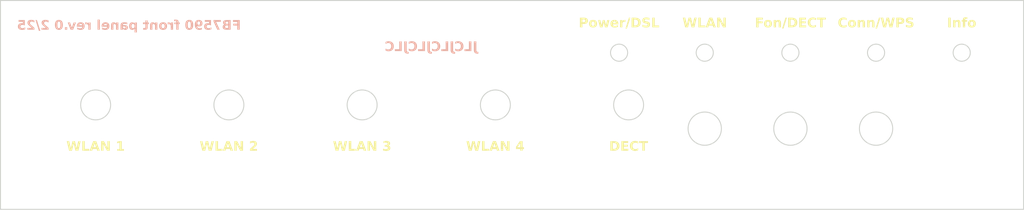
<source format=kicad_pcb>
(kicad_pcb
	(version 20240108)
	(generator "pcbnew")
	(generator_version "8.0")
	(general
		(thickness 1.6)
		(legacy_teardrops no)
	)
	(paper "A4")
	(layers
		(0 "F.Cu" signal)
		(31 "B.Cu" signal)
		(32 "B.Adhes" user "B.Adhesive")
		(33 "F.Adhes" user "F.Adhesive")
		(34 "B.Paste" user)
		(35 "F.Paste" user)
		(36 "B.SilkS" user "B.Silkscreen")
		(37 "F.SilkS" user "F.Silkscreen")
		(38 "B.Mask" user)
		(39 "F.Mask" user)
		(40 "Dwgs.User" user "User.Drawings")
		(41 "Cmts.User" user "User.Comments")
		(42 "Eco1.User" user "User.Eco1")
		(43 "Eco2.User" user "User.Eco2")
		(44 "Edge.Cuts" user)
		(45 "Margin" user)
		(46 "B.CrtYd" user "B.Courtyard")
		(47 "F.CrtYd" user "F.Courtyard")
		(48 "B.Fab" user)
		(49 "F.Fab" user)
		(50 "User.1" user)
		(51 "User.2" user)
		(52 "User.3" user)
		(53 "User.4" user)
		(54 "User.5" user)
		(55 "User.6" user)
		(56 "User.7" user)
		(57 "User.8" user)
		(58 "User.9" user)
	)
	(setup
		(pad_to_mask_clearance 0)
		(allow_soldermask_bridges_in_footprints no)
		(pcbplotparams
			(layerselection 0x00010fc_ffffffff)
			(plot_on_all_layers_selection 0x0000000_00000000)
			(disableapertmacros no)
			(usegerberextensions no)
			(usegerberattributes yes)
			(usegerberadvancedattributes yes)
			(creategerberjobfile yes)
			(dashed_line_dash_ratio 12.000000)
			(dashed_line_gap_ratio 3.000000)
			(svgprecision 4)
			(plotframeref no)
			(viasonmask no)
			(mode 1)
			(useauxorigin no)
			(hpglpennumber 1)
			(hpglpenspeed 20)
			(hpglpendiameter 15.000000)
			(pdf_front_fp_property_popups yes)
			(pdf_back_fp_property_popups yes)
			(dxfpolygonmode yes)
			(dxfimperialunits yes)
			(dxfusepcbnewfont yes)
			(psnegative no)
			(psa4output no)
			(plotreference yes)
			(plotvalue yes)
			(plotfptext yes)
			(plotinvisibletext no)
			(sketchpadsonfab no)
			(subtractmaskfromsilk no)
			(outputformat 1)
			(mirror no)
			(drillshape 1)
			(scaleselection 1)
			(outputdirectory "")
		)
	)
	(net 0 "")
	(gr_circle
		(center 122 103)
		(end 125.15 103)
		(stroke
			(width 0.2)
			(type default)
		)
		(fill none)
		(layer "Edge.Cuts")
		(uuid "319dc3e7-3229-4f63-812b-6768dfc0eb6b")
	)
	(gr_circle
		(center 66 103)
		(end 69.15 103)
		(stroke
			(width 0.2)
			(type default)
		)
		(fill none)
		(layer "Edge.Cuts")
		(uuid "3817828f-9332-4e27-a9a3-dd30d995c759")
	)
	(gr_circle
		(center 194 92)
		(end 195.8 92)
		(stroke
			(width 0.2)
			(type default)
		)
		(fill none)
		(layer "Edge.Cuts")
		(uuid "47faba28-8c5b-40d3-80f7-bbc4a9cdcee6")
	)
	(gr_circle
		(center 150 103)
		(end 153.15 103)
		(stroke
			(width 0.2)
			(type default)
		)
		(fill none)
		(layer "Edge.Cuts")
		(uuid "52ee8400-ab9f-44fd-8565-3c6c439b9d32")
	)
	(gr_circle
		(center 212 108)
		(end 215.5 108)
		(stroke
			(width 0.2)
			(type default)
		)
		(fill none)
		(layer "Edge.Cuts")
		(uuid "5cea9011-3711-4e0f-bed1-d67a275f9351")
	)
	(gr_circle
		(center 230 92)
		(end 231.8 92)
		(stroke
			(width 0.2)
			(type default)
		)
		(fill none)
		(layer "Edge.Cuts")
		(uuid "7794ec0f-14fb-4e0e-9ea3-15916f3d83e0")
	)
	(gr_circle
		(center 176 92)
		(end 177.8 92)
		(stroke
			(width 0.2)
			(type default)
		)
		(fill none)
		(layer "Edge.Cuts")
		(uuid "a4d55165-a50c-4657-9ae5-fa628dfc035c")
	)
	(gr_circle
		(center 212 92)
		(end 213.8 92)
		(stroke
			(width 0.2)
			(type default)
		)
		(fill none)
		(layer "Edge.Cuts")
		(uuid "a7595c90-2722-448b-95cf-14d1d06b4aea")
	)
	(gr_circle
		(center 230 108)
		(end 233.5 108)
		(stroke
			(width 0.2)
			(type default)
		)
		(fill none)
		(layer "Edge.Cuts")
		(uuid "b0aed8c7-9ece-4281-ac46-d2fa6837c923")
	)
	(gr_circle
		(center 248 92)
		(end 249.8 92)
		(stroke
			(width 0.2)
			(type default)
		)
		(fill none)
		(layer "Edge.Cuts")
		(uuid "c7968345-dbcd-4a90-a064-36ee717f6d6d")
	)
	(gr_circle
		(center 194 108)
		(end 197.5 108)
		(stroke
			(width 0.2)
			(type default)
		)
		(fill none)
		(layer "Edge.Cuts")
		(uuid "cb157d55-ab75-45bb-9c2f-6af210f0866e")
	)
	(gr_circle
		(center 94 103)
		(end 97.15 103)
		(stroke
			(width 0.2)
			(type default)
		)
		(fill none)
		(layer "Edge.Cuts")
		(uuid "ceaac2ec-d43d-4b7c-b3cc-2054b1792d28")
	)
	(gr_circle
		(center 178 103)
		(end 181.15 103)
		(stroke
			(width 0.2)
			(type default)
		)
		(fill none)
		(layer "Edge.Cuts")
		(uuid "db686432-612a-405f-850a-c1b4e9e5f00d")
	)
	(gr_rect
		(start 46 81)
		(end 261 125)
		(stroke
			(width 0.2)
			(type default)
		)
		(fill none)
		(layer "Edge.Cuts")
		(uuid "f1610e0e-2a58-46c0-be87-f390332966f8")
	)
	(gr_text "FB7590 front panel rev.0 2/25"
		(at 73 87.5 0)
		(layer "B.SilkS")
		(uuid "8d2e253c-75f5-49db-aa46-35cf1f0d2b32")
		(effects
			(font
				(face "Tahoma")
				(size 2 2)
				(thickness 0.3)
				(bold yes)
			)
			(justify bottom mirror)
		)
		(render_cache "FB7590 front panel rev.0 2/25" 0
			(polygon
				(pts
					(xy 92.797835 85.503056) (xy 93.656593 85.503056) (xy 93.656593 85.909476) (xy 92.866223 85.909476)
					(xy 92.866223 86.284633) (xy 93.656593 86.284633) (xy 93.656593 87.16) (xy 94.167549 87.16) (xy 94.167549 85.127899)
					(xy 92.797835 85.127899)
				)
			)
			(polygon
				(pts
					(xy 92.541869 87.16) (xy 91.723167 87.16) (xy 91.68389 87.159669) (xy 91.573942 87.15471) (xy 91.475818 87.143801)
					(xy 91.371946 87.122386) (xy 91.296001 87.096897) (xy 91.200391 87.050288) (xy 91.118421 86.994891)
					(xy 91.083193 86.965657) (xy 91.016527 86.892771) (xy 90.963083 86.806824) (xy 90.935219 86.739943)
					(xy 90.912253 86.641872) (xy 90.905442 86.543042) (xy 90.905791 86.529853) (xy 91.434472 86.529853)
					(xy 91.436487 86.565268) (xy 91.466712 86.65979) (xy 91.487861 86.6895) (xy 91.569294 86.745764)
					(xy 91.628668 86.766715) (xy 91.726098 86.7824) (xy 91.801065 86.783888) (xy 91.90044 86.784649)
					(xy 92.003558 86.784842) (xy 92.030913 86.784842) (xy 92.030913 86.284633) (xy 91.936147 86.284633)
					(xy 91.919206 86.284641) (xy 91.819697 86.285062) (xy 91.717305 86.286587) (xy 91.687767 86.287869)
					(xy 91.588345 86.306127) (xy 91.55238 86.321147) (xy 91.473062 86.385261) (xy 91.449546 86.430095)
					(xy 91.434472 86.529853) (xy 90.905791 86.529853) (xy 90.906446 86.505142) (xy 90.921516 86.400458)
					(xy 90.959469 86.300003) (xy 91.019747 86.216245) (xy 91.049385 86.187234) (xy 91.13383 86.125858)
					(xy 91.222474 86.084243) (xy 91.323097 86.055533) (xy 91.323097 86.044787) (xy 91.260723 86.013737)
					(xy 91.180558 85.952394) (xy 91.116468 85.873328) (xy 91.080339 85.804755) (xy 91.051625 85.708709)
					(xy 91.563432 85.708709) (xy 91.564004 85.729534) (xy 91.586879 85.828387) (xy 91.595137 85.843879)
					(xy 91.671876 85.908988) (xy 91.685981 85.915216) (xy 91.781297 85.938297) (xy 91.865841 85.940272)
					(xy 91.966433 85.940739) (xy 92.030913 85.940739) (xy 92.030913 85.503056) (xy 91.995253 85.503056)
					(xy 91.986711 85.503058) (xy 91.887809 85.503524) (xy 91.788135 85.505498) (xy 91.766912 85.506598)
					(xy 91.667968 85.529434) (xy 91.658142 85.534093) (xy 91.588833 85.606127) (xy 91.585757 85.61271)
					(xy 91.563432 85.708709) (xy 91.051625 85.708709) (xy 91.050561 85.70515) (xy 91.041729 85.605638)
					(xy 91.043053 85.565784) (xy 91.058885 85.469196) (xy 91.095951 85.376538) (xy 91.110377 85.352259)
					(xy 91.174571 85.277259) (xy 91.260082 85.21778) (xy 91.285713 85.204576) (xy 91.379025 85.167737)
					(xy 91.477947 85.145484) (xy 91.508714 85.141363) (xy 91.610876 85.132862) (xy 91.713611 85.128998)
					(xy 91.819398 85.127899) (xy 92.541869 85.127899)
				)
			)
			(polygon
				(pts
					(xy 89.16741 85.523572) (xy 90.03838 87.16) (xy 90.609908 87.16) (xy 89.69644 85.503056) (xy 90.671946 85.503056)
					(xy 90.671946 85.127899) (xy 89.16741 85.127899)
				)
			)
			(polygon
				(pts
					(xy 87.386879 86.483447) (xy 87.392174 86.581297) (xy 87.410231 86.683642) (xy 87.441101 86.780446)
					(xy 87.484786 86.870093) (xy 87.541285 86.950966) (xy 87.603767 87.016873) (xy 87.682384 87.078845)
					(xy 87.770466 87.130427) (xy 87.858756 87.168304) (xy 87.957637 87.196897) (xy 88.058049 87.213577)
					(xy 88.156387 87.221202) (xy 88.22219 87.222526) (xy 88.332252 87.219564) (xy 88.434315 87.212145)
					(xy 88.539574 87.198471) (xy 88.614444 87.183935) (xy 88.711444 87.159826) (xy 88.805252 87.131212)
					(xy 88.885553 87.100404) (xy 88.885553 86.65979) (xy 88.838659 86.65979) (xy 88.752685 86.704731)
					(xy 88.658936 86.744683) (xy 88.626167 86.75651) (xy 88.529797 86.786704) (xy 88.478645 86.799497)
					(xy 88.378124 86.81377) (xy 88.311583 86.816106) (xy 88.212725 86.809217) (xy 88.140124 86.796566)
					(xy 88.047697 86.763988) (xy 87.991625 86.724759) (xy 87.933281 86.645845) (xy 87.927144 86.633412)
					(xy 87.904819 86.533926) (xy 87.903697 86.49859) (xy 87.921884 86.400141) (xy 87.933495 86.376957)
					(xy 87.998998 86.302532) (xy 88.010676 86.294403) (xy 88.104195 86.251178) (xy 88.179692 86.235296)
					(xy 88.27695 86.225005) (xy 88.350173 86.222107) (xy 88.454215 86.226508) (xy 88.555681 86.23971)
					(xy 88.569015 86.242135) (xy 88.668421 86.262529) (xy 88.753662 86.284633) (xy 88.797626 86.284633)
					(xy 88.797626 85.127899) (xy 87.443055 85.127899) (xy 87.443055 85.503056) (xy 88.313048 85.503056)
					(xy 88.313048 85.853789) (xy 88.214863 85.848904) (xy 88.125958 85.84695) (xy 88.02747 85.850471)
					(xy 87.925952 85.862343) (xy 87.853872 85.876748) (xy 87.757104 85.906279) (xy 87.663711 85.949983)
					(xy 87.633076 85.968583) (xy 87.552568 86.03272) (xy 87.486897 86.111557) (xy 87.451359 86.172281)
					(xy 87.414649 86.266572) (xy 87.394499 86.363811) (xy 87.386942 86.472022)
				)
			)
			(polygon
				(pts
					(xy 86.423641 85.096857) (xy 86.529991 85.104604) (xy 86.62995 85.123419) (xy 86.723516 85.1533)
					(xy 86.80098 85.1883) (xy 86.885899 85.240312) (xy 86.966293 85.308639) (xy 87.019226 85.367788)
					(xy 87.078382 85.455429) (xy 87.121143 85.544577) (xy 87.149737 85.631484) (xy 87.168958 85.732481)
					(xy 87.175365 85.839134) (xy 87.175125 85.864663) (xy 87.168092 85.97213) (xy 87.148858 86.077307)
					(xy 87.113816 86.175701) (xy 87.080049 86.237708) (xy 87.019095 86.319613) (xy 86.945777 86.388192)
					(xy 86.861879 86.439605) (xy 86.769433 86.475631) (xy 86.670393 86.496514) (xy 86.566712 86.503475)
					(xy 86.532388 86.50291) (xy 86.430851 86.493273) (xy 86.332727 86.467327) (xy 86.308913 86.457664)
					(xy 86.215262 86.412455) (xy 86.12854 86.361814) (xy 86.133165 86.394825) (xy 86.154734 86.492517)
					(xy 86.192043 86.587006) (xy 86.240701 86.664722) (xy 86.308303 86.736971) (xy 86.377297 86.783897)
					(xy 86.469503 86.82099) (xy 86.564514 86.840774) (xy 86.662943 86.847369) (xy 86.761986 86.843255)
					(xy 86.858826 86.825875) (xy 86.876022 86.820426) (xy 86.967759 86.784842) (xy 87.007814 86.784842)
					(xy 87.007814 87.188332) (xy 86.968423 87.196356) (xy 86.869084 87.209825) (xy 86.766625 87.219351)
					(xy 86.668317 87.222526) (xy 86.598624 87.221205) (xy 86.499265 87.214273) (xy 86.391203 87.198675)
					(xy 86.291603 87.17499) (xy 86.188135 87.138018) (xy 86.094193 87.091184) (xy 86.008251 87.035191)
					(xy 85.930307 86.97004) (xy 85.860361 86.895729) (xy 85.800797 86.814213) (xy 85.749597 86.725003)
					(xy 85.706763 86.6281) (xy 85.672294 86.523503) (xy 85.658098 86.468594) (xy 85.637809 86.369197)
					(xy 85.623316 86.265594) (xy 85.614621 86.157782) (xy 85.611722 86.045764) (xy 85.611957 86.0134)
					(xy 85.613376 85.97933) (xy 86.120236 85.97933) (xy 86.12219 86.065792) (xy 86.124144 86.110244)
					(xy 86.12888 86.112377) (xy 86.222818 86.143461) (xy 86.241816 86.148105) (xy 86.34152 86.159581)
					(xy 86.366753 86.159048) (xy 86.466572 86.144438) (xy 86.480425 86.140179) (xy 86.566712 86.090704)
					(xy 86.585058 86.072155) (xy 86.636077 85.98568) (xy 86.654309 85.916128) (xy 86.661478 85.818618)
					(xy 86.657447 85.744281) (xy 86.637054 85.645205) (xy 86.62564 85.612407) (xy 86.576482 85.525038)
					(xy 86.571463 85.519344) (xy 86.493439 85.459581) (xy 86.404535 85.44053) (xy 86.307814 85.460558)
					(xy 86.305015 85.461804) (xy 86.227214 85.525038) (xy 86.179716 85.604739) (xy 86.148568 85.697962)
					(xy 86.132438 85.781018) (xy 86.123003 85.878389) (xy 86.120236 85.97933) (xy 85.613376 85.97933)
					(xy 85.616475 85.904904) (xy 85.626743 85.803841) (xy 85.645519 85.697443) (xy 85.671806 85.600753)
					(xy 85.68347 85.566816) (xy 85.724333 85.472114) (xy 85.78007 85.379397) (xy 85.846684 85.299846)
					(xy 85.905593 85.246081) (xy 85.993875 85.187497) (xy 86.084576 85.14695) (xy 86.093286 85.143854)
					(xy 86.194188 85.11629) (xy 86.294032 85.101549) (xy 86.401604 85.096636)
				)
			)
			(polygon
				(pts
					(xy 84.642528 85.097674) (xy 84.751317 85.1076) (xy 84.851064 85.128036) (xy 84.95129 85.16307)
					(xy 84.969944 85.171645) (xy 85.056803 85.22265) (xy 85.132976 85.287203) (xy 85.198463 85.365303)
					(xy 85.227493 85.409956) (xy 85.272956 85.496883) (xy 85.309685 85.592234) (xy 85.337682 85.696008)
					(xy 85.347528 85.745246) (xy 85.363281 85.851186) (xy 85.372758 85.952048) (xy 85.378215 86.060531)
					(xy 85.379692 86.159581) (xy 85.379526 86.192233) (xy 85.37633 86.302429) (xy 85.369067 86.406266)
					(xy 85.355786 86.517152) (xy 85.337193 86.619734) (xy 85.325767 86.667972) (xy 85.294198 86.769364)
					(xy 85.254515 86.860863) (xy 85.200906 86.950928) (xy 85.188846 86.967637) (xy 85.122137 87.043229)
					(xy 85.044743 87.105558) (xy 84.956663 87.154626) (xy 84.898125 87.177701) (xy 84.801688 87.203363)
					(xy 84.694896 87.218282) (xy 84.591276 87.222526) (xy 84.525003 87.220868) (xy 84.425864 87.21132)
					(xy 84.324477 87.190433) (xy 84.224423 87.154626) (xy 84.205899 87.145885) (xy 84.119917 87.094565)
					(xy 84.045004 87.030557) (xy 83.981157 86.953859) (xy 83.9531 86.910587) (xy 83.9045 86.814454)
					(xy 83.869324 86.717004) (xy 83.84487 86.621688) (xy 83.837275 86.583831) (xy 83.820674 86.477211)
					(xy 83.810506 86.377157) (xy 83.804405 86.270792) (xy 83.802371 86.158115) (xy 84.317724 86.158115)
					(xy 84.319274 86.270572) (xy 84.323925 86.372248) (xy 84.333599 86.480027) (xy 84.350529 86.586149)
					(xy 84.381227 86.691542) (xy 84.417985 86.759716) (xy 84.492815 86.825455) (xy 84.591276 86.847369)
					(xy 84.659358 86.837629) (xy 84.747853 86.78026) (xy 84.801324 86.691542) (xy 84.805201 86.681559)
					(xy 84.831786 86.586381) (xy 84.848585 86.48076) (xy 84.858185 86.373633) (xy 84.862801 86.272659)
					(xy 84.864339 86.161046) (xy 84.862801 86.047113) (xy 84.858185 85.944367) (xy 84.848585 85.835837)
					(xy 84.831786 85.729578) (xy 84.801324 85.625177) (xy 84.764383 85.558072) (xy 84.689507 85.493363)
					(xy 84.591276 85.471793) (xy 84.522399 85.481379) (xy 84.433396 85.53785) (xy 84.38025 85.625177)
					(xy 84.376403 85.634985) (xy 84.350025 85.729347) (xy 84.333355 85.835104) (xy 84.32383 85.942981)
					(xy 84.31925 86.045027) (xy 84.317724 86.158115) (xy 83.802371 86.158115) (xy 83.802535 86.126289)
					(xy 83.805694 86.018535) (xy 83.812874 85.916437) (xy 83.826002 85.80668) (xy 83.844381 85.704312)
					(xy 83.855685 85.655952) (xy 83.886979 85.554286) (xy 83.926387 85.462512) (xy 83.979692 85.372142)
					(xy 83.991745 85.355308) (xy 84.058254 85.27904) (xy 84.135162 85.215937) (xy 84.222469 85.166001)
					(xy 84.280383 85.142428) (xy 84.376979 85.116213) (xy 84.485244 85.100971) (xy 84.591276 85.096636)
				)
			)
			(polygon
				(pts
					(xy 81.71556 85.409267) (xy 81.752685 85.409267) (xy 81.838659 85.390216) (xy 81.935898 85.378195)
					(xy 81.949057 85.378004) (xy 82.052094 85.386307) (xy 82.144452 85.425222) (xy 82.14787 85.428318)
					(xy 82.19192 85.518891) (xy 82.200627 85.616385) (xy 82.200627 85.628108) (xy 81.818631 85.628108)
					(xy 81.818631 85.972002) (xy 82.184018 85.972002) (xy 82.184018 87.16) (xy 82.664688 87.16) (xy 82.664688 85.972002)
					(xy 82.857151 85.972002) (xy 82.857151 85.628108) (xy 82.664688 85.628108) (xy 82.664688 85.586587)
					(xy 82.659485 85.487783) (xy 82.64026 85.384841) (xy 82.600945 85.283449) (xy 82.543128 85.199399)
					(xy 82.516677 85.172351) (xy 82.432902 85.111871) (xy 82.330075 85.06867) (xy 82.224475 85.045045)
					(xy 82.122351 85.035325) (xy 82.06727 85.03411) (xy 81.966276 85.036064) (xy 81.872364 85.041926)
					(xy 81.773253 85.052349) (xy 81.71556 85.061465)
				)
			)
			(polygon
				(pts
					(xy 80.596928 86.065792) (xy 80.636984 86.065792) (xy 80.716607 86.042344) (xy 80.816304 86.034651)
					(xy 80.83189 86.034528) (xy 80.929587 86.043306) (xy 80.991136 86.056999) (xy 81.088027 86.086202)
					(xy 81.152336 86.109755) (xy 81.152336 87.16) (xy 81.633006 87.16) (xy 81.633006 85.628108) (xy 81.152336 85.628108)
					(xy 81.152336 85.852323) (xy 81.075133 85.78821) (xy 81.06099 85.777096) (xy 80.979107 85.718936)
					(xy 80.9545 85.704312) (xy 80.862396 85.66083) (xy 80.832867 85.650579) (xy 80.73694 85.629886)
					(xy 80.701464 85.628108) (xy 80.649196 85.629574) (xy 80.596928 85.633482)
				)
			)
			(polygon
				(pts
					(xy 79.827502 85.569024) (xy 79.934835 85.583009) (xy 80.033964 85.60775) (xy 80.142087 85.65164)
					(xy 80.238395 85.711019) (xy 80.322888 85.785889) (xy 80.394105 85.874263) (xy 80.450588 85.974521)
					(xy 80.486402 86.067147) (xy 80.511983 86.168026) (xy 80.527332 86.277158) (xy 80.532448 86.394542)
					(xy 80.527332 86.510849) (xy 80.511983 86.619189) (xy 80.486402 86.719562) (xy 80.450588 86.811969)
					(xy 80.394105 86.912341) (xy 80.322888 87.001242) (xy 80.253298 87.06499) (xy 80.158959 87.127227)
					(xy 80.052805 87.173904) (xy 79.955317 87.200916) (xy 79.849625 87.217123) (xy 79.735728 87.222526)
					(xy 79.643175 87.219068) (xy 79.535083 87.205022) (xy 79.435435 87.180171) (xy 79.327003 87.136087)
					(xy 79.230729 87.076444) (xy 79.146614 87.001242) (xy 79.075894 86.912341) (xy 79.019806 86.811969)
					(xy 78.984243 86.719562) (xy 78.958841 86.619189) (xy 78.9436 86.510849) (xy 78.938647 86.397473)
					(xy 79.43189 86.397473) (xy 79.432083 86.425021) (xy 79.437385 86.531196) (xy 79.453872 86.632435)
					(xy 79.471408 86.687926) (xy 79.518352 86.777515) (xy 79.532583 86.795673) (xy 79.614095 86.853719)
					(xy 79.632671 86.860896) (xy 79.731331 86.878632) (xy 79.761331 86.87744) (xy 79.859315 86.853719)
					(xy 79.883598 86.841203) (xy 79.955058 86.773607) (xy 79.982965 86.724461) (xy 80.01563 86.631458)
					(xy 80.023599 86.595995) (xy 80.03578 86.498155) (xy 80.039077 86.397473) (xy 80.038696 86.362096)
					(xy 80.032184 86.257769) (xy 80.014653 86.157627) (xy 79.995563 86.09693) (xy 79.948219 86.007662)
					(xy 79.93429 85.990567) (xy 79.852476 85.929993) (xy 79.835844 85.924082) (xy 79.735728 85.909476)
					(xy 79.710449 85.9103) (xy 79.613606 85.932923) (xy 79.587411 85.946632) (xy 79.516886 86.014501)
					(xy 79.485537 86.07076) (xy 79.454849 86.163977) (xy 79.447046 86.200614) (xy 79.435118 86.298921)
					(xy 79.43189 86.397473) (xy 78.938647 86.397473) (xy 78.938519 86.394542) (xy 78.943623 86.277967)
					(xy 78.958936 86.169429) (xy 78.984458 86.068929) (xy 79.020188 85.976467) (xy 79.076539 85.876124)
					(xy 79.147591 85.787355) (xy 79.216947 85.723465) (xy 79.311195 85.661092) (xy 79.417463 85.614312)
					(xy 79.515203 85.58724) (xy 79.621291 85.570997) (xy 79.735728 85.565582)
				)
			)
			(polygon
				(pts
					(xy 77.246893 87.16) (xy 77.730494 87.16) (xy 77.730494 86.393077) (xy 77.7327 86.294083) (xy 77.73831 86.206964)
					(xy 77.752621 86.10961) (xy 77.766154 86.069699) (xy 77.835051 85.996395) (xy 77.837961 85.994961)
					(xy 77.934654 85.972809) (xy 77.963013 85.972002) (xy 78.060029 85.986514) (xy 78.082692 85.993984)
					(xy 78.173605 86.03921) (xy 78.211652 86.064326) (xy 78.211652 87.16) (xy 78.692322 87.16) (xy 78.692322 85.628108)
					(xy 78.211652 85.628108) (xy 78.211652 85.779539) (xy 78.131131 85.715552) (xy 78.045001 85.657598)
					(xy 77.981576 85.622247) (xy 77.88642 85.585559) (xy 77.783525 85.567574) (xy 77.733425 85.565582)
					(xy 77.635318 85.572758) (xy 77.536247 85.598534) (xy 77.441433 85.649938) (xy 77.371946 85.715547)
					(xy 77.317235 85.798926) (xy 77.278156 85.899096) (xy 77.256785 86.000519) (xy 77.247382 86.114798)
					(xy 77.246893 86.149811)
				)
			)
			(polygon
				(pts
					(xy 76.309978 87.191263) (xy 76.41462 87.187072) (xy 76.522465 87.171591) (xy 76.62694 87.139932)
					(xy 76.720535 87.086505) (xy 76.737891 87.072072) (xy 76.802592 86.993049) (xy 76.842327 86.902694)
					(xy 76.865332 86.793411) (xy 76.871736 86.68226) (xy 76.871736 85.972002) (xy 77.055895 85.972002)
					(xy 77.055895 85.628108) (xy 76.871736 85.628108) (xy 76.871736 85.190425) (xy 76.391066 85.190425)
					(xy 76.391066 85.628108) (xy 75.927982 85.628108) (xy 75.927982 85.972002) (xy 76.391066 85.972002)
					(xy 76.391066 86.502986) (xy 76.390374 86.601889) (xy 76.389601 86.640739) (xy 76.371298 86.736955)
					(xy 76.367619 86.745764) (xy 76.299719 86.820013) (xy 76.201442 86.845659) (xy 76.15757 86.847369)
					(xy 76.060338 86.826739) (xy 76.056454 86.825387) (xy 75.969015 86.784842) (xy 75.927982 86.784842)
					(xy 75.927982 87.144856) (xy 76.024238 87.167108) (xy 76.094067 87.178562) (xy 76.192008 87.188087)
					(xy 76.294136 87.191213)
				)
			)
			(polygon
				(pts
					(xy 74.030075 85.568294) (xy 74.127734 85.585559) (xy 74.222678 85.622247) (xy 74.270577 85.648697)
					(xy 74.358538 85.706625) (xy 74.438589 85.770258) (xy 74.438589 85.628108) (xy 74.919259 85.628108)
					(xy 74.919259 87.722735) (xy 74.438589 87.722735) (xy 74.438589 87.083307) (xy 74.35084 87.128724)
					(xy 74.257361 87.164884) (xy 74.158123 87.185467) (xy 74.056593 87.191263) (xy 73.956702 87.183243)
					(xy 73.847889 87.153613) (xy 73.747397 87.102152) (xy 73.667884 87.040666) (xy 73.594486 86.96314)
					(xy 73.540447 86.888345) (xy 73.487691 86.789335) (xy 73.448123 86.680227) (xy 73.425225 86.58159)
					(xy 73.411487 86.475941) (xy 73.407503 86.377934) (xy 73.898324 86.377934) (xy 73.899659 86.434949)
					(xy 73.910345 86.537898) (xy 73.935139 86.636052) (xy 73.983809 86.730621) (xy 74.05298 86.797089)
					(xy 74.143624 86.835967) (xy 74.24466 86.847369) (xy 74.256412 86.847309) (xy 74.354081 86.84053)
					(xy 74.438589 86.816594) (xy 74.438589 86.024759) (xy 74.403577 86.00279) (xy 74.313048 85.961744)
					(xy 74.285005 85.95356) (xy 74.184088 85.940739) (xy 74.140036 85.943279) (xy 74.043249 85.97366)
					(xy 73.967689 86.044787) (xy 73.951431 86.072646) (xy 73.9179 86.169565) (xy 73.902659 86.271017)
					(xy 73.898324 86.377934) (xy 73.407503 86.377934) (xy 73.406907 86.363279) (xy 73.409205 86.273383)
					(xy 73.418538 86.167838) (xy 73.43505 86.069879) (xy 73.464342 85.962339) (xy 73.503973 85.865722)
					(xy 73.553941 85.780027) (xy 73.592585 85.729767) (xy 73.669285 85.657936) (xy 73.757531 85.606628)
					(xy 73.857325 85.575844) (xy 73.968666 85.565582)
				)
			)
			(polygon
				(pts
					(xy 72.61091 85.565689) (xy 72.711937 85.569429) (xy 72.812487 85.578512) (xy 72.91256 85.592937)
					(xy 72.941646 85.598002) (xy 73.042533 85.616973) (xy 73.143125 85.640321) (xy 73.143125 86.003265)
					(xy 73.102092 86.003265) (xy 73.074897 85.993236) (xy 72.978393 85.96174) (xy 72.879831 85.935854)
					(xy 72.779002 85.916921) (xy 72.68004 85.909476) (xy 72.591899 85.912743) (xy 72.489948 85.927903)
					(xy 72.398184 85.961744) (xy 72.381336 85.972287) (xy 72.319466 86.053605) (xy 72.303906 86.150788)
					(xy 72.303906 86.159581) (xy 72.381181 86.165105) (xy 72.481274 86.173699) (xy 72.589866 86.185046)
					(xy 72.694207 86.198171) (xy 72.716662 86.201438) (xy 72.812798 86.219916) (xy 72.91019 86.247699)
					(xy 73.00586 86.287076) (xy 73.059405 86.316368) (xy 73.137819 86.376589) (xy 73.203697 86.456092)
					(xy 73.242633 86.537154) (xy 73.265407 86.633916) (xy 73.272085 86.735505) (xy 73.268782 86.799405)
					(xy 73.246186 86.905647) (xy 73.202183 87.000607) (xy 73.136775 87.084284) (xy 73.083595 87.131265)
					(xy 72.99468 87.18351) (xy 72.894791 87.213886) (xy 72.796789 87.222526) (xy 72.721226 87.219022)
					(xy 72.625819 87.197613) (xy 72.587322 87.180945) (xy 72.500278 87.136552) (xy 72.480326 87.126325)
					(xy 72.395253 87.071095) (xy 72.38265 87.060512) (xy 72.306349 86.996357) (xy 72.306349 87.16)
					(xy 71.828121 87.16) (xy 71.828121 86.767257) (xy 72.306349 86.767257) (xy 72.341125 86.79794)
					(xy 72.426028 86.849323) (xy 72.454739 86.860743) (xy 72.554988 86.878632) (xy 72.632886 86.872862)
					(xy 72.727912 86.837599) (xy 72.769636 86.783889) (xy 72.786042 86.686168) (xy 72.784805 86.659023)
					(xy 72.750871 86.566001) (xy 72.736703 86.549772) (xy 72.652685 86.498101) (xy 72.6023 86.482044)
					(xy 72.504186 86.46293) (xy 72.404323 86.451407) (xy 72.306349 86.440949) (xy 72.306349 86.767257)
					(xy 71.828121 86.767257) (xy 71.828121 86.105359) (xy 71.828833 86.071714) (xy 71.842534 85.962614)
					(xy 71.873673 85.866978) (xy 71.930612 85.774166) (xy 72.010327 85.698939) (xy 72.059145 85.667683)
					(xy 72.160885 85.623014) (xy 72.264612 85.594884) (xy 72.3627 85.578605) (xy 72.471379 85.568838)
					(xy 72.590648 85.565582)
				)
			)
			(polygon
				(pts
					(xy 70.036844 87.16) (xy 70.520445 87.16) (xy 70.520445 86.393077) (xy 70.522651 86.294083) (xy 70.528261 86.206964)
					(xy 70.542572 86.10961) (xy 70.556105 86.069699) (xy 70.625003 85.996395) (xy 70.627912 85.994961)
					(xy 70.724606 85.972809) (xy 70.752964 85.972002) (xy 70.84998 85.986514) (xy 70.872643 85.993984)
					(xy 70.963556 86.03921) (xy 71.001604 86.064326) (xy 71.001604 87.16) (xy 71.482274 87.16) (xy 71.482274 85.628108)
					(xy 71.001604 85.628108) (xy 71.001604 85.779539) (xy 70.921082 85.715552) (xy 70.834952 85.657598)
					(xy 70.771527 85.622247) (xy 70.676371 85.585559) (xy 70.573476 85.567574) (xy 70.523376 85.565582)
					(xy 70.425269 85.572758) (xy 70.326198 85.598534) (xy 70.231384 85.649938) (xy 70.161897 85.715547)
					(xy 70.107186 85.798926) (xy 70.068107 85.899096) (xy 70.046736 86.000519) (xy 70.037333 86.114798)
					(xy 70.036844 86.149811)
				)
			)
			(polygon
				(pts
					(xy 69.096531 85.571068) (xy 69.205835 85.587526) (xy 69.306695 85.614956) (xy 69.399111 85.653357)
					(xy 69.498865 85.713922) (xy 69.586461 85.790286) (xy 69.660168 85.879707) (xy 69.718626 85.97981)
					(xy 69.755692 86.07139) (xy 69.782168 86.170387) (xy 69.798053 86.276802) (xy 69.803348 86.390635)
					(xy 69.797671 86.506466) (xy 69.780641 86.613687) (xy 69.752258 86.712298) (xy 69.71252 86.802298)
					(xy 69.649849 86.898933) (xy 69.570829 86.983168) (xy 69.509387 87.03194) (xy 69.423611 87.08376)
					(xy 69.327865 87.12542) (xy 69.222149 87.156919) (xy 69.106462 87.178257) (xy 69.006735 87.188011)
					(xy 68.900627 87.191263) (xy 68.796828 87.188687) (xy 68.698394 87.179539) (xy 68.636501 87.169441)
					(xy 68.536705 87.14681) (xy 68.496466 87.136369) (xy 68.40286 87.105778) (xy 68.387344 87.099423)
					(xy 68.294904 87.061814) (xy 68.294904 86.65979) (xy 68.345707 86.65979) (xy 68.427773 86.716943)
					(xy 68.450015 86.730624) (xy 68.536705 86.77605) (xy 68.589186 86.798444) (xy 68.685204 86.827829)
					(xy 68.751492 86.84048) (xy 68.849824 86.847369) (xy 68.932411 86.843816) (xy 69.030075 86.828806)
					(xy 69.084129 86.813158) (xy 69.174179 86.767257) (xy 69.214615 86.734518) (xy 69.275784 86.652463)
					(xy 69.306436 86.571008) (xy 69.321213 86.472212) (xy 68.267061 86.472212) (xy 68.267061 86.299776)
					(xy 68.268632 86.234815) (xy 68.272778 86.190844) (xy 68.74138 86.190844) (xy 69.32219 86.190844)
					(xy 69.317877 86.147138) (xy 69.290591 86.047344) (xy 69.235239 85.962233) (xy 69.209019 85.938028)
					(xy 69.119741 85.89208) (xy 69.015909 85.878213) (xy 68.999028 85.878526) (xy 68.896352 85.898241)
					(xy 68.812211 85.958325) (xy 68.78933 85.990759) (xy 68.753173 86.086476) (xy 68.74138 86.190844)
					(xy 68.272778 86.190844) (xy 68.278235 86.132958) (xy 68.301281 86.021309) (xy 68.336899 85.9212)
					(xy 68.385087 85.832631) (xy 68.445846 85.755603) (xy 68.493176 85.711067) (xy 68.574503 85.655397)
					(xy 68.66823 85.613087) (xy 68.774355 85.584139) (xy 68.872264 85.570221) (xy 68.978784 85.565582)
				)
			)
			(polygon
				(pts
					(xy 67.548987 87.16) (xy 68.029657 87.16) (xy 68.029657 85.03411) (xy 67.548987 85.03411)
				)
			)
			(polygon
				(pts
					(xy 65.330773 86.065792) (xy 65.370829 86.065792) (xy 65.450452 86.042344) (xy 65.550149 86.034651)
					(xy 65.565735 86.034528) (xy 65.663432 86.043306) (xy 65.724981 86.056999) (xy 65.821872 86.086202)
					(xy 65.886181 86.109755) (xy 65.886181 87.16) (xy 66.366851 87.16) (xy 66.366851 85.628108) (xy 65.886181 85.628108)
					(xy 65.886181 85.852323) (xy 65.808978 85.78821) (xy 65.794835 85.777096) (xy 65.712952 85.718936)
					(xy 65.688345 85.704312) (xy 65.596241 85.66083) (xy 65.566712 85.650579) (xy 65.470785 85.629886)
					(xy 65.435309 85.628108) (xy 65.383041 85.629574) (xy 65.330773 85.633482)
				)
			)
			(polygon
				(pts
					(xy 64.559476 85.571068) (xy 64.66878 85.587526) (xy 64.76964 85.614956) (xy 64.862056 85.653357)
					(xy 64.96181 85.713922) (xy 65.049405 85.790286) (xy 65.123113 85.879707) (xy 65.181571 85.97981)
					(xy 65.218637 86.07139) (xy 65.245113 86.170387) (xy 65.260998 86.276802) (xy 65.266293 86.390635)
					(xy 65.260616 86.506466) (xy 65.243586 86.613687) (xy 65.215202 86.712298) (xy 65.175465 86.802298)
					(xy 65.112794 86.898933) (xy 65.033774 86.983168) (xy 64.972332 87.03194) (xy 64.886556 87.08376)
					(xy 64.79081 87.12542) (xy 64.685093 87.156919) (xy 64.569407 87.178257) (xy 64.46968 87.188011)
					(xy 64.363572 87.191263) (xy 64.259773 87.188687) (xy 64.161338 87.179539) (xy 64.099446 87.169441)
					(xy 63.99965 87.14681) (xy 63.959411 87.136369) (xy 63.865805 87.105778) (xy 63.850289 87.099423)
					(xy 63.757849 87.061814) (xy 63.757849 86.65979) (xy 63.808652 86.65979) (xy 63.890717 86.716943)
					(xy 63.91296 86.730624) (xy 63.99965 86.77605) (xy 64.052131 86.798444) (xy 64.148149 86.827829)
					(xy 64.214437 86.84048) (xy 64.312769 86.847369) (xy 64.395356 86.843816) (xy 64.49302 86.828806)
					(xy 64.547074 86.813158) (xy 64.637124 86.767257) (xy 64.67756 86.734518) (xy 64.738729 86.652463)
					(xy 64.769381 86.571008) (xy 64.784158 86.472212) (xy 63.730006 86.472212) (xy 63.730006 86.299776)
					(xy 63.731577 86.234815) (xy 63.735723 86.190844) (xy 64.204325 86.190844) (xy 64.785135 86.190844)
					(xy 64.780822 86.147138) (xy 64.753536 86.047344) (xy 64.698184 85.962233) (xy 64.671964 85.938028)
					(xy 64.582686 85.89208) (xy 64.478854 85.878213) (xy 64.461973 85.878526) (xy 64.359297 85.898241)
					(xy 64.275156 85.958325) (xy 64.252275 85.990759) (xy 64.216118 86.086476) (xy 64.204325 86.190844)
					(xy 63.735723 86.190844) (xy 63.74118 86.132958) (xy 63.764226 86.021309) (xy 63.799844 85.9212)
					(xy 63.848032 85.832631) (xy 63.908791 85.755603) (xy 63.956121 85.711067) (xy 64.037448 85.655397)
					(xy 64.131174 85.613087) (xy 64.2373 85.584139) (xy 64.335209 85.570221) (xy 64.441729 85.565582)
				)
			)
			(polygon
				(pts
					(xy 62.048638 85.628108) (xy 62.602581 87.16) (xy 63.127214 87.16) (xy 63.676761 85.628108) (xy 63.171178 85.628108)
					(xy 62.855128 86.641716) (xy 62.543474 85.628108)
				)
			)
			(polygon
				(pts
					(xy 61.374039 87.16) (xy 61.860571 87.16) (xy 61.860571 86.628527) (xy 61.374039 86.628527)
				)
			)
			(polygon
				(pts
					(xy 60.339388 85.097674) (xy 60.448177 85.1076) (xy 60.547924 85.128036) (xy 60.648149 85.16307)
					(xy 60.666803 85.171645) (xy 60.753662 85.22265) (xy 60.829835 85.287203) (xy 60.895323 85.365303)
					(xy 60.924353 85.409956) (xy 60.969815 85.496883) (xy 61.006545 85.592234) (xy 61.034542 85.696008)
					(xy 61.044388 85.745246) (xy 61.060141 85.851186) (xy 61.069618 85.952048) (xy 61.075074 86.060531)
					(xy 61.076551 86.159581) (xy 61.076385 86.192233) (xy 61.07319 86.302429) (xy 61.065927 86.406266)
					(xy 61.052646 86.517152) (xy 61.034053 86.619734) (xy 61.022627 86.667972) (xy 60.991058 86.769364)
					(xy 60.951375 86.860863) (xy 60.897766 86.950928) (xy 60.885706 86.967637) (xy 60.818997 87.043229)
					(xy 60.741603 87.105558) (xy 60.653523 87.154626) (xy 60.594985 87.177701) (xy 60.498548 87.203363)
					(xy 60.391755 87.218282) (xy 60.288135 87.222526) (xy 60.221863 87.220868) (xy 60.122723 87.21132)
					(xy 60.021336 87.190433) (xy 59.921283 87.154626) (xy 59.902758 87.145885) (xy 59.816777 87.094565)
					(xy 59.741863 87.030557) (xy 59.678017 86.953859) (xy 59.64996 86.910587) (xy 59.601359 86.814454)
					(xy 59.566184 86.717004) (xy 59.541729 86.621688) (xy 59.534134 86.583831) (xy 59.517533 86.477211)
					(xy 59.507365 86.377157) (xy 59.501265 86.270792) (xy 59.499231 86.158115) (xy 60.014583 86.158115)
					(xy 60.016134 86.270572) (xy 60.020785 86.372248) (xy 60.030459 86.480027) (xy 60.047389 86.586149)
					(xy 60.078087 86.691542) (xy 60.114845 86.759716) (xy 60.189675 86.825455) (xy 60.288135 86.847369)
					(xy 60.356218 86.837629) (xy 60.444713 86.78026) (xy 60.498184 86.691542) (xy 60.502061 86.681559)
					(xy 60.528645 86.586381) (xy 60.545445 86.48076) (xy 60.555045 86.373633) (xy 60.55966 86.272659)
					(xy 60.561199 86.161046) (xy 60.55966 86.047113) (xy 60.555045 85.944367) (xy 60.545445 85.835837)
					(xy 60.528645 85.729578) (xy 60.498184 85.625177) (xy 60.461242 85.558072) (xy 60.386367 85.493363)
					(xy 60.288135 85.471793) (xy 60.219259 85.481379) (xy 60.130255 85.53785) (xy 60.07711 85.625177)
					(xy 60.073263 85.634985) (xy 60.046885 85.729347) (xy 60.030215 85.835104) (xy 60.020689 85.942981)
					(xy 60.01611 86.045027) (xy 60.014583 86.158115) (xy 59.499231 86.158115) (xy 59.499395 86.126289)
					(xy 59.502554 86.018535) (xy 59.509733 85.916437) (xy 59.522861 85.80668) (xy 59.541241 85.704312)
					(xy 59.552545 85.655952) (xy 59.583839 85.554286) (xy 59.623247 85.462512) (xy 59.676551 85.372142)
					(xy 59.688605 85.355308) (xy 59.755114 85.27904) (xy 59.832021 85.215937) (xy 59.919329 85.166001)
					(xy 59.977243 85.142428) (xy 60.073839 85.116213) (xy 60.182103 85.100971) (xy 60.288135 85.096636)
				)
			)
			(polygon
				(pts
					(xy 56.872155 87.16) (xy 58.375225 87.16) (xy 58.375225 86.835645) (xy 58.293534 86.771661) (xy 58.215582 86.709221)
					(xy 58.131074 86.639749) (xy 58.051451 86.572292) (xy 58.032308 86.555743) (xy 57.958639 86.490621)
					(xy 57.881234 86.419331) (xy 57.809626 86.350126) (xy 57.765107 86.30515) (xy 57.695498 86.230106)
					(xy 57.629449 86.151375) (xy 57.571289 86.070965) (xy 57.548219 86.033551) (xy 57.507141 85.944662)
					(xy 57.484034 85.846195) (xy 57.480808 85.79224) (xy 57.494916 85.68945) (xy 57.541666 85.602736)
					(xy 57.566293 85.577794) (xy 57.653568 85.526704) (xy 57.757716 85.504881) (xy 57.803697 85.503056)
					(xy 57.902703 85.510209) (xy 57.951708 85.519665) (xy 58.048009 85.546447) (xy 58.092392 85.561674)
					(xy 58.18246 85.601502) (xy 58.212071 85.617362) (xy 58.285833 85.659371) (xy 58.325888 85.659371)
					(xy 58.325888 85.221688) (xy 58.231534 85.186172) (xy 58.131162 85.15761) (xy 58.055267 85.139134)
					(xy 57.95276 85.118591) (xy 57.852416 85.10477) (xy 57.754236 85.097673) (xy 57.700627 85.096636)
					(xy 57.591206 85.100571) (xy 57.490397 85.112378) (xy 57.380791 85.136936) (xy 57.283584 85.172828)
					(xy 57.185847 85.229028) (xy 57.149126 85.257836) (xy 57.076037 85.334435) (xy 57.020899 85.42361)
					(xy 56.983713 85.525361) (xy 56.966127 85.622585) (xy 56.961548 85.710662) (xy 56.96831 85.811474)
					(xy 56.988596 85.911127) (xy 57.022406 86.00962) (xy 57.047033 86.063838) (xy 57.096584 86.151643)
					(xy 57.160239 86.242623) (xy 57.227509 86.324836) (xy 57.293763 86.397239) (xy 57.329866 86.43411)
					(xy 57.40644 86.507507) (xy 57.481678 86.575656) (xy 57.562898 86.64456) (xy 57.570201 86.650509)
					(xy 57.648695 86.713821) (xy 57.72885 86.776938) (xy 57.739217 86.784842) (xy 56.872155 86.784842)
				)
			)
			(polygon
				(pts
					(xy 55.429657 85.03411) (xy 56.244451 87.597683) (xy 56.638659 87.597683) (xy 55.828261 85.03411)
				)
			)
			(polygon
				(pts
					(xy 53.474248 87.16) (xy 54.977319 87.16) (xy 54.977319 86.835645) (xy 54.895627 86.771661) (xy 54.817676 86.709221)
					(xy 54.733168 86.639749) (xy 54.653544 86.572292) (xy 54.634402 86.555743) (xy 54.560732 86.490621)
					(xy 54.483328 86.419331) (xy 54.411719 86.350126) (xy 54.3672 86.30515) (xy 54.297591 86.230106)
					(xy 54.231542 86.151375) (xy 54.173382 86.070965) (xy 54.150313 86.033551) (xy 54.109234 85.944662)
					(xy 54.086127 85.846195) (xy 54.082902 85.79224) (xy 54.09701 85.68945) (xy 54.14376 85.602736)
					(xy 54.168387 85.577794) (xy 54.255661 85.526704) (xy 54.359809 85.504881) (xy 54.405791 85.503056)
					(xy 54.504796 85.510209) (xy 54.553802 85.519665) (xy 54.650102 85.546447) (xy 54.694486 85.561674)
					(xy 54.784554 85.601502) (xy 54.814165 85.617362) (xy 54.887926 85.659371) (xy 54.927982 85.659371)
					(xy 54.927982 85.221688) (xy 54.833628 85.186172) (xy 54.733255 85.15761) (xy 54.657361 85.139134)
					(xy 54.554853 85.118591) (xy 54.454509 85.10477) (xy 54.35633 85.097673) (xy 54.30272 85.096636)
					(xy 54.1933 85.100571) (xy 54.09249 85.112378) (xy 53.982884 85.136936) (xy 53.885677 85.172828)
					(xy 53.787941 85.229028) (xy 53.75122 85.257836) (xy 53.67813 85.334435) (xy 53.622992 85.42361)
					(xy 53.585806 85.525361) (xy 53.568221 85.622585) (xy 53.563641 85.710662) (xy 53.570403 85.811474)
					(xy 53.590689 85.911127) (xy 53.624499 86.00962) (xy 53.649126 86.063838) (xy 53.698677 86.151643)
					(xy 53.762333 86.242623) (xy 53.829602 86.324836) (xy 53.895857 86.397239) (xy 53.93196 86.43411)
					(xy 54.008533 86.507507) (xy 54.083772 86.575656) (xy 54.164991 86.64456) (xy 54.172294 86.650509)
					(xy 54.250788 86.713821) (xy 54.330944 86.776938) (xy 54.341311 86.784842) (xy 53.474248 86.784842)
				)
			)
			(polygon
				(pts
					(xy 51.739147 86.483447) (xy 51.744442 86.581297) (xy 51.762499 86.683642) (xy 51.793369 86.780446)
					(xy 51.837054 86.870093) (xy 51.893553 86.950966) (xy 51.956035 87.016873) (xy 52.034652 87.078845)
					(xy 52.122734 87.130427) (xy 52.211024 87.168304) (xy 52.309905 87.196897) (xy 52.410317 87.213577)
					(xy 52.508655 87.221202) (xy 52.574458 87.222526) (xy 52.68452 87.219564) (xy 52.786583 87.212145)
					(xy 52.891842 87.198471) (xy 52.966712 87.183935) (xy 53.063712 87.159826) (xy 53.15752 87.131212)
					(xy 53.237821 87.100404) (xy 53.237821 86.65979) (xy 53.190927 86.65979) (xy 53.104953 86.704731)
					(xy 53.011204 86.744683) (xy 52.978435 86.75651) (xy 52.882064 86.786704) (xy 52.830913 86.799497)
					(xy 52.730392 86.81377) (xy 52.663851 86.816106) (xy 52.564993 86.809217) (xy 52.492392 86.796566)
					(xy 52.399965 86.763988) (xy 52.343893 86.724759) (xy 52.285549 86.645845) (xy 52.279412 86.633412)
					(xy 52.257087 86.533926) (xy 52.255965 86.49859) (xy 52.274152 86.400141) (xy 52.285763 86.376957)
					(xy 52.351266 86.302532) (xy 52.362943 86.294403) (xy 52.456463 86.251178) (xy 52.53196 86.235296)
					(xy 52.629218 86.225005) (xy 52.702441 86.222107) (xy 52.806483 86.226508) (xy 52.907948 86.23971)
					(xy 52.921283 86.242135) (xy 53.020689 86.262529) (xy 53.10593 86.284633) (xy 53.149894 86.284633)
					(xy 53.149894 85.127899) (xy 51.795323 85.127899) (xy 51.795323 85.503056) (xy 52.665316 85.503056)
					(xy 52.665316 85.853789) (xy 52.56713 85.848904) (xy 52.478226 85.84695) (xy 52.379738 85.850471)
					(xy 52.27822 85.862343) (xy 52.20614 85.876748) (xy 52.109372 85.906279) (xy 52.015979 85.949983)
					(xy 51.985344 85.968583) (xy 51.904835 86.03272) (xy 51.839165 86.111557) (xy 51.803627 86.172281)
					(xy 51.766917 86.266572) (xy 51.746766 86.363811) (xy 51.73921 86.472022)
				)
			)
		)
	)
	(gr_text "JLCJLCJLCJLC"
		(at 136.5 92 0)
		(layer "B.SilkS")
		(uuid "f25b7cad-cb17-4b3d-ac31-beb1b3b94d8a")
		(effects
			(font
				(face "Tahoma")
				(size 2 2)
				(thickness 0.3)
				(bold yes)
			)
			(justify bottom mirror)
		)
		(render_cache "JLCJLCJLCJLC" 0
			(polygon
				(pts
					(xy 145.019678 91.063558) (xy 145.027175 91.168537) (xy 145.049668 91.268356) (xy 145.065107 91.312686)
					(xy 145.109677 91.401739) (xy 145.169565 91.479183) (xy 145.202371 91.511011) (xy 145.284895 91.573751)
					(xy 145.37786 91.622752) (xy 145.445637 91.647787) (xy 145.547043 91.672539) (xy 145.647946 91.686125)
					(xy 145.745856 91.691093) (xy 145.768526 91.691263) (xy 145.868109 91.68982) (xy 145.970873 91.685001)
					(xy 146.024004 91.681004) (xy 146.122873 91.670773) (xy 146.222585 91.654958) (xy 146.234053 91.652672)
					(xy 146.234053 91.253579) (xy 146.187159 91.253579) (xy 146.091538 91.286369) (xy 146.058198 91.296566)
					(xy 145.959051 91.313358) (xy 145.885274 91.316106) (xy 145.784941 91.309817) (xy 145.690007 91.284813)
					(xy 145.675714 91.278004) (xy 145.598056 91.214521) (xy 145.572155 91.171025) (xy 145.542683 91.074143)
					(xy 145.536984 91.016175) (xy 145.534316 90.916719) (xy 145.533565 90.819804) (xy 145.533565 90.003056)
					(xy 146.002023 90.003056) (xy 146.002023 89.627899) (xy 145.019678 89.627899)
				)
			)
			(polygon
				(pts
					(xy 143.26406 91.66) (xy 144.629866 91.66) (xy 144.629866 89.627899) (xy 144.115979 89.627899)
					(xy 144.115979 91.284842) (xy 143.26406 91.284842)
				)
			)
			(polygon
				(pts
					(xy 142.145428 91.722526) (xy 142.257619 91.718183) (xy 142.363873 91.705154) (xy 142.464188 91.683439)
					(xy 142.558565 91.653039) (xy 142.668185 91.602823) (xy 142.768528 91.539036) (xy 142.859592 91.461678)
					(xy 142.876691 91.444577) (xy 142.954653 91.352044) (xy 143.019401 91.248467) (xy 143.061686 91.157655)
					(xy 143.095514 91.059775) (xy 143.120884 90.954827) (xy 143.137798 90.842811) (xy 143.146255 90.723727)
					(xy 143.147312 90.661535) (xy 143.143076 90.542985) (xy 143.130368 90.430603) (xy 143.109187 90.324388)
					(xy 143.079535 90.22434) (xy 143.04141 90.130459) (xy 142.994813 90.042745) (xy 142.939744 89.961199)
					(xy 142.876203 89.885819) (xy 142.805357 89.818042) (xy 142.708514 89.746029) (xy 142.602464 89.688135)
					(xy 142.510995 89.651987) (xy 142.413633 89.624877) (xy 142.31038 89.606803) (xy 142.201234 89.597766)
					(xy 142.144451 89.596636) (xy 142.042029 89.599254) (xy 141.943082 89.607869) (xy 141.924632 89.610314)
					(xy 141.823173 89.628017) (xy 141.737542 89.648904) (xy 141.64039 89.682353) (xy 141.585135 89.70508)
					(xy 141.494345 89.745838) (xy 141.451778 89.766629) (xy 141.451778 90.253161) (xy 141.504046 90.253161)
					(xy 141.580257 90.186893) (xy 141.597347 90.172561) (xy 141.67781 90.111422) (xy 141.72533 90.080237)
					(xy 141.815188 90.031519) (xy 141.882623 90.003545) (xy 141.981421 89.97787) (xy 142.061897 89.971793)
					(xy 142.162232 89.979628) (xy 142.260265 90.005259) (xy 142.266084 90.007452) (xy 142.356332 90.055812)
					(xy 142.431892 90.119766) (xy 142.442427 90.130551) (xy 142.504204 90.210453) (xy 142.552023 90.303735)
					(xy 142.567968 90.344508) (xy 142.595779 90.44297) (xy 142.611045 90.542499) (xy 142.616626 90.640232)
					(xy 142.616817 90.663) (xy 142.612798 90.766903) (xy 142.598907 90.87084) (xy 142.572166 90.971176)
					(xy 142.566014 90.987843) (xy 142.523447 91.079251) (xy 142.467256 91.162152) (xy 142.432658 91.199846)
					(xy 142.353932 91.263566) (xy 142.260967 91.310476) (xy 142.254849 91.312686) (xy 142.156785 91.338698)
					(xy 142.058966 91.347369) (xy 141.959803 91.338698) (xy 141.865526 91.312686) (xy 141.775703 91.27363)
					(xy 141.710187 91.235505) (xy 141.62694 91.177603) (xy 141.589043 91.146601) (xy 141.513459 91.079551)
					(xy 141.498673 91.066001) (xy 141.451778 91.066001) (xy 141.451778 91.546671) (xy 141.541868 91.588375)
					(xy 141.582204 91.606755) (xy 141.676543 91.64446) (xy 141.734612 91.663419) (xy 141.833411 91.690181)
					(xy 141.914863 91.707383) (xy 142.01427 91.71874) (xy 142.118417 91.722393)
				)
			)
			(polygon
				(pts
					(xy 140.148498 91.063558) (xy 140.155996 91.168537) (xy 140.178489 91.268356) (xy 140.193928 91.312686)
					(xy 140.238498 91.401739) (xy 140.298385 91.479183) (xy 140.331192 91.511011) (xy 140.413716 91.573751)
					(xy 140.506681 91.622752) (xy 140.574458 91.647787) (xy 140.675864 91.672539) (xy 140.776767 91.686125)
					(xy 140.874676 91.691093) (xy 140.897347 91.691263) (xy 140.996929 91.68982) (xy 141.099694 91.685001)
					(xy 141.152825 91.681004) (xy 141.251694 91.670773) (xy 141.351406 91.654958) (xy 141.362874 91.652672)
					(xy 141.362874 91.253579) (xy 141.315979 91.253579) (xy 141.220358 91.286369) (xy 141.187019 91.296566)
					(xy 141.087872 91.313358) (xy 141.014095 91.316106) (xy 140.913761 91.309817) (xy 140.818827 91.284813)
					(xy 140.804535 91.278004) (xy 140.726877 91.214521) (xy 140.700976 91.171025) (xy 140.671503 91.074143)
					(xy 140.665805 91.016175) (xy 140.663137 90.916719) (xy 140.662385 90.819804) (xy 140.662385 90.003056)
					(xy 141.130843 90.003056) (xy 141.130843 89.627899) (xy 140.148498 89.627899)
				)
			)
			(polygon
				(pts
					(xy 138.392881 91.66) (xy 139.758687 91.66) (xy 139.758687 89.627899) (xy 139.2448 89.627899) (xy 139.2448 91.284842)
					(xy 138.392881 91.284842)
				)
			)
			(polygon
				(pts
					(xy 137.274249 91.722526) (xy 137.38644 91.718183) (xy 137.492693 91.705154) (xy 137.593008 91.683439)
					(xy 137.687385 91.653039) (xy 137.797006 91.602823) (xy 137.897348 91.539036) (xy 137.988412 91.461678)
					(xy 138.005512 91.444577) (xy 138.083474 91.352044) (xy 138.148222 91.248467) (xy 138.190507 91.157655)
					(xy 138.224334 91.059775) (xy 138.249705 90.954827) (xy 138.266619 90.842811) (xy 138.275076 90.723727)
					(xy 138.276133 90.661535) (xy 138.271897 90.542985) (xy 138.259188 90.430603) (xy 138.238008 90.324388)
					(xy 138.208355 90.22434) (xy 138.170231 90.130459) (xy 138.123634 90.042745) (xy 138.068565 89.961199)
					(xy 138.005023 89.885819) (xy 137.934178 89.818042) (xy 137.837334 89.746029) (xy 137.731284 89.688135)
					(xy 137.639815 89.651987) (xy 137.542454 89.624877) (xy 137.4392 89.606803) (xy 137.330054 89.597766)
					(xy 137.273272 89.596636) (xy 137.17085 89.599254) (xy 137.071903 89.607869) (xy 137.053453 89.610314)
					(xy 136.951994 89.628017) (xy 136.866363 89.648904) (xy 136.769211 89.682353) (xy 136.713956 89.70508)
					(xy 136.623166 89.745838) (xy 136.580599 89.766629) (xy 136.580599 90.253161) (xy 136.632867 90.253161)
					(xy 136.709078 90.186893) (xy 136.726168 90.172561) (xy 136.80663 90.111422) (xy 136.854151 90.080237)
					(xy 136.944008 90.031519) (xy 137.011443 90.003545) (xy 137.110241 89.97787) (xy 137.190718 89.971793)
					(xy 137.291053 89.979628) (xy 137.389086 90.005259) (xy 137.394905 90.007452) (xy 137.485152 90.055812)
					(xy 137.560713 90.119766) (xy 137.571248 90.130551) (xy 137.633024 90.210453) (xy 137.680844 90.303735)
					(xy 137.696789 90.344508) (xy 137.7246 90.44297) (xy 137.739865 90.542499) (xy 137.745447 90.640232)
					(xy 137.745637 90.663) (xy 137.741619 90.766903) (xy 137.727727 90.87084) (xy 137.700987 90.971176)
					(xy 137.694835 90.987843) (xy 137.652268 91.079251) (xy 137.596076 91.162152) (xy 137.561478 91.199846)
					(xy 137.482753 91.263566) (xy 137.389788 91.310476) (xy 137.383669 91.312686) (xy 137.285606 91.338698)
					(xy 137.187787 91.347369) (xy 137.088624 91.338698) (xy 136.994346 91.312686) (xy 136.904524 91.27363)
					(xy 136.839008 91.235505) (xy 136.75576 91.177603) (xy 136.717863 91.146601) (xy 136.64228 91.079551)
					(xy 136.627494 91.066001) (xy 136.580599 91.066001) (xy 136.580599 91.546671) (xy 136.670689 91.588375)
					(xy 136.711025 91.606755) (xy 136.805363 91.64446) (xy 136.863432 91.663419) (xy 136.962232 91.690181)
					(xy 137.043683 91.707383) (xy 137.14309 91.71874) (xy 137.247238 91.722393)
				)
			)
			(polygon
				(pts
					(xy 135.277319 91.063558) (xy 135.284817 91.168537) (xy 135.307309 91.268356) (xy 135.322748 91.312686)
					(xy 135.367318 91.401739) (xy 135.427206 91.479183) (xy 135.460013 91.511011) (xy 135.542536 91.573751)
					(xy 135.635501 91.622752) (xy 135.703279 91.647787) (xy 135.804685 91.672539) (xy 135.905588 91.686125)
					(xy 136.003497 91.691093) (xy 136.026168 91.691263) (xy 136.12575 91.68982) (xy 136.228515 91.685001)
					(xy 136.281646 91.681004) (xy 136.380514 91.670773) (xy 136.480227 91.654958) (xy 136.491695 91.652672)
					(xy 136.491695 91.253579) (xy 136.4448 91.253579) (xy 136.349179 91.286369) (xy 136.31584 91.296566)
					(xy 136.216692 91.313358) (xy 136.142916 91.316106) (xy 136.042582 91.309817) (xy 135.947648 91.284813)
					(xy 135.933355 91.278004) (xy 135.855698 91.214521) (xy 135.829796 91.171025) (xy 135.800324 91.074143)
					(xy 135.794625 91.016175) (xy 135.791957 90.916719) (xy 135.791206 90.819804) (xy 135.791206 90.003056)
					(xy 136.259664 90.003056) (xy 136.259664 89.627899) (xy 135.277319 89.627899)
				)
			)
			(polygon
				(pts
					(xy 133.521702 91.66) (xy 134.887508 91.66) (xy 134.887508 89.627899) (xy 134.373621 89.627899)
					(xy 134.373621 91.284842) (xy 133.521702 91.284842)
				)
			)
			(polygon
				(pts
					(xy 132.403069 91.722526) (xy 132.515261 91.718183) (xy 132.621514 91.705154) (xy 132.721829 91.683439)
					(xy 132.816206 91.653039) (xy 132.925827 91.602823) (xy 133.026169 91.539036) (xy 133.117233 91.461678)
					(xy 133.134332 91.444577) (xy 133.212295 91.352044) (xy 133.277043 91.248467) (xy 133.319327 91.157655)
					(xy 133.353155 91.059775) (xy 133.378526 90.954827) (xy 133.395439 90.842811) (xy 133.403896 90.723727)
					(xy 133.404953 90.661535) (xy 133.400717 90.542985) (xy 133.388009 90.430603) (xy 133.366829 90.324388)
					(xy 133.337176 90.22434) (xy 133.299051 90.130459) (xy 133.252454 90.042745) (xy 133.197385 89.961199)
					(xy 133.133844 89.885819) (xy 133.062998 89.818042) (xy 132.966155 89.746029) (xy 132.860105 89.688135)
					(xy 132.768636 89.651987) (xy 132.671275 89.624877) (xy 132.568021 89.606803) (xy 132.458875 89.597766)
					(xy 132.402092 89.596636) (xy 132.299671 89.599254) (xy 132.200724 89.607869) (xy 132.182274 89.610314)
					(xy 132.080814 89.628017) (xy 131.995184 89.648904) (xy 131.898031 89.682353) (xy 131.842776 89.70508)
					(xy 131.751987 89.745838) (xy 131.70942 89.766629) (xy 131.70942 90.253161) (xy 131.761688 90.253161)
					(xy 131.837899 90.186893) (xy 131.854988 90.172561) (xy 131.935451 90.111422) (xy 131.982972 90.080237)
					(xy 132.072829 90.031519) (xy 132.140264 90.003545) (xy 132.239062 89.97787) (xy 132.319538 89.971793)
					(xy 132.419873 89.979628) (xy 132.517906 90.005259) (xy 132.523725 90.007452) (xy 132.613973 90.055812)
					(xy 132.689534 90.119766) (xy 132.700069 90.130551) (xy 132.761845 90.210453) (xy 132.809664 90.303735)
					(xy 132.825609 90.344508) (xy 132.853421 90.44297) (xy 132.868686 90.542499) (xy 132.874267 90.640232)
					(xy 132.874458 90.663) (xy 132.870439 90.766903) (xy 132.856548 90.87084) (xy 132.829807 90.971176)
					(xy 132.823655 90.987843) (xy 132.781089 91.079251) (xy 132.724897 91.162152) (xy 132.690299 91.199846)
					(xy 132.611573 91.263566) (xy 132.518609 91.310476) (xy 132.51249 91.312686) (xy 132.414427 91.338698)
					(xy 132.316607 91.347369) (xy 132.217445 91.338698) (xy 132.123167 91.312686) (xy 132.033345 91.27363)
					(xy 131.967829 91.235505) (xy 131.884581 91.177603) (xy 131.846684 91.146601) (xy 131.7711 91.079551)
					(xy 131.756314 91.066001) (xy 131.70942 91.066001) (xy 131.70942 91.546671) (xy 131.799509 91.588375)
					(xy 131.839845 91.606755) (xy 131.934184 91.64446) (xy 131.992253 91.663419) (xy 132.091052 91.690181)
					(xy 132.172504 91.707383) (xy 132.271911 91.71874) (xy 132.376059 91.722393)
				)
			)
			(polygon
				(pts
					(xy 130.40614 91.063558) (xy 130.413637 91.168537) (xy 130.43613 91.268356) (xy 130.451569 91.312686)
					(xy 130.496139 91.401739) (xy 130.556027 91.479183) (xy 130.588833 91.511011) (xy 130.671357 91.573751)
					(xy 130.764322 91.622752) (xy 130.832099 91.647787) (xy 130.933505 91.672539) (xy 131.034408 91.686125)
					(xy 131.132318 91.691093) (xy 131.154988 91.691263) (xy 131.254571 91.68982) (xy 131.357335 91.685001)
					(xy 131.410466 91.681004) (xy 131.509335 91.670773) (xy 131.609047 91.654958) (xy 131.620515 91.652672)
					(xy 131.620515 91.253579) (xy 131.573621 91.253579) (xy 131.478 91.286369) (xy 131.44466 91.296566)
					(xy 131.345513 91.313358) (xy 131.271736 91.316106) (xy 131.171403 91.309817) (xy 131.076469 91.284813)
					(xy 131.062176 91.278004) (xy 130.984518 91.214521) (xy 130.958617 91.171025) (xy 130.929145 91.074143)
					(xy 130.923446 91.016175) (xy 130.920778 90.916719) (xy 130.920027 90.819804) (xy 130.920027 90.003056)
					(xy 131.388485 90.003056) (xy 131.388485 89.627899) (xy 130.40614 89.627899)
				)
			)
			(polygon
				(pts
					(xy 128.650522 91.66) (xy 130.016328 91.66) (xy 130.016328 89.627899) (xy 129.502441 89.627899)
					(xy 129.502441 91.284842) (xy 128.650522 91.284842)
				)
			)
			(polygon
				(pts
					(xy 127.53189 91.722526) (xy 127.644081 91.718183) (xy 127.750335 91.705154) (xy 127.85065 91.683439)
					(xy 127.945027 91.653039) (xy 128.054647 91.602823) (xy 128.15499 91.539036) (xy 128.246054 91.461678)
					(xy 128.263153 91.444577) (xy 128.341115 91.352044) (xy 128.405863 91.248467) (xy 128.448148 91.157655)
					(xy 128.481976 91.059775) (xy 128.507346 90.954827) (xy 128.52426 90.842811) (xy 128.532717 90.723727)
					(xy 128.533774 90.661535) (xy 128.529538 90.542985) (xy 128.51683 90.430603) (xy 128.495649 90.324388)
					(xy 128.465997 90.22434) (xy 128.427872 90.130459) (xy 128.381275 90.042745) (xy 128.326206 89.961199)
					(xy 128.262665 89.885819) (xy 128.191819 89.818042) (xy 128.094976 89.746029) (xy 127.988926 89.688135)
					(xy 127.897457 89.651987) (xy 127.800095 89.624877) (xy 127.696842 89.606803) (xy 127.587696 89.597766)
					(xy 127.530913 89.596636) (xy 127.428491 89.599254) (xy 127.329544 89.607869) (xy 127.311094 89.610314)
					(xy 127.209635 89.628017) (xy 127.124004 89.648904) (xy 127.026852 89.682353) (xy 126.971597 89.70508)
					(xy 126.880807 89.745838) (xy 126.83824 89.766629) (xy 126.83824 90.253161) (xy 126.890508 90.253161)
					(xy 126.966719 90.186893) (xy 126.983809 90.172561) (xy 127.064272 90.111422) (xy 127.111792 90.080237)
					(xy 127.20165 90.031519) (xy 127.269085 90.003545) (xy 127.367883 89.97787) (xy 127.448359 89.971793)
					(xy 127.548694 89.979628) (xy 127.646727 90.005259) (xy 127.652546 90.007452) (xy 127.742794 90.055812)
					(xy 127.818354 90.119766) (xy 127.828889 90.130551) (xy 127.890666 90.210453) (xy 127.938485 90.303735)
					(xy 127.95443 90.344508) (xy 127.982241 90.44297) (xy 127.997506 90.542499) (xy 128.003088 90.640232)
					(xy 128.003279 90.663) (xy 127.99926 90.766903) (xy 127.985369 90.87084) (xy 127.958628 90.971176)
					(xy 127.952476 90.987843) (xy 127.909909 91.079251) (xy 127.853718 91.162152) (xy 127.81912 91.199846)
					(xy 127.740394 91.263566) (xy 127.647429 91.310476) (xy 127.641311 91.312686) (xy 127.543247 91.338698)
					(xy 127.445428 91.347369) (xy 127.346265 91.338698) (xy 127.251988 91.312686) (xy 127.162165 91.27363)
					(xy 127.096649 91.235505) (xy 127.013402 91.177603) (xy 126.975505 91.146601) (xy 126.899921 91.079551)
					(xy 126.885135 91.066001) (xy 126.83824 91.066001) (xy 126.83824 91.546671) (xy 126.92833 91.588375)
					(xy 126.968666 91.606755) (xy 127.063005 91.64446) (xy 127.121073 91.663419) (xy 127.219873 91.690181)
					(xy 127.301325 91.707383) (xy 127.400732 91.71874) (xy 127.504879 91.722393)
				)
			)
		)
	)
	(gr_text "WLAN"
		(at 194 87 0)
		(layer "F.SilkS")
		(uuid "2b08b70c-103d-4810-a1e0-67722f0c7f12")
		(effects
			(font
				(face "Tahoma")
				(size 2 2)
				(thickness 0.3)
				(bold yes)
			)
			(justify bottom)
		)
		(render_cache "WLAN" 0
			(polygon
				(pts
					(xy 192.573622 84.627899) (xy 192.055827 86.66) (xy 191.492115 86.66) (xy 191.163852 85.403126)
					(xy 190.84536 86.66) (xy 190.281647 86.66) (xy 189.763852 84.627899) (xy 190.29679 84.627899) (xy 190.578646 85.991263)
					(xy 190.922052 84.627899) (xy 191.432031 84.627899) (xy 191.757362 85.991263) (xy 192.054362 84.627899)
				)
			)
			(polygon
				(pts
					(xy 194.178298 86.66) (xy 192.812492 86.66) (xy 192.812492 84.627899) (xy 193.326378 84.627899)
					(xy 193.326378 86.284842) (xy 194.178298 86.284842)
				)
			)
			(polygon
				(pts
					(xy 196.137614 86.66) (xy 195.608584 86.66) (xy 195.481089 86.253579) (xy 194.837753 86.253579)
					(xy 194.710258 86.66) (xy 194.194906 86.66) (xy 194.460755 85.878422) (xy 194.950593 85.878422)
					(xy 195.368249 85.878422) (xy 195.159665 85.206755) (xy 194.950593 85.878422) (xy 194.460755 85.878422)
					(xy 194.886113 84.627899) (xy 195.446406 84.627899)
				)
			)
			(polygon
				(pts
					(xy 198.084718 86.66) (xy 197.589882 86.66) (xy 196.801466 85.243391) (xy 196.801466 86.66) (xy 196.331542 86.66)
					(xy 196.331542 84.627899) (xy 196.962177 84.627899) (xy 197.614794 85.79196) (xy 197.614794 84.627899)
					(xy 198.084718 84.627899)
				)
			)
		)
	)
	(gr_text "WLAN 2"
		(at 94 113 0)
		(layer "F.SilkS")
		(uuid "52eaf8af-6136-428f-bd25-bb0d96446fb5")
		(effects
			(font
				(face "Tahoma")
				(size 2 2)
				(thickness 0.3)
				(bold yes)
			)
			(justify bottom)
		)
		(render_cache "WLAN 2" 0
			(polygon
				(pts
					(xy 91.273273 110.627899) (xy 90.755478 112.66) (xy 90.191766 112.66) (xy 89.863503 111.403126)
					(xy 89.545011 112.66) (xy 88.981298 112.66) (xy 88.463503 110.627899) (xy 88.996441 110.627899)
					(xy 89.278297 111.991263) (xy 89.621703 110.627899) (xy 90.131682 110.627899) (xy 90.457013 111.991263)
					(xy 90.754013 110.627899)
				)
			)
			(polygon
				(pts
					(xy 92.877949 112.66) (xy 91.512143 112.66) (xy 91.512143 110.627899) (xy 92.026029 110.627899)
					(xy 92.026029 112.284842) (xy 92.877949 112.284842)
				)
			)
			(polygon
				(pts
					(xy 94.837265 112.66) (xy 94.308235 112.66) (xy 94.18074 112.253579) (xy 93.537404 112.253579)
					(xy 93.409909 112.66) (xy 92.894557 112.66) (xy 93.160406 111.878422) (xy 93.650244 111.878422)
					(xy 94.0679 111.878422) (xy 93.859316 111.206755) (xy 93.650244 111.878422) (xy 93.160406 111.878422)
					(xy 93.585764 110.627899) (xy 94.146057 110.627899)
				)
			)
			(polygon
				(pts
					(xy 96.784369 112.66) (xy 96.289533 112.66) (xy 95.501117 111.243391) (xy 95.501117 112.66) (xy 95.031193 112.66)
					(xy 95.031193 110.627899) (xy 95.661828 110.627899) (xy 96.314445 111.79196) (xy 96.314445 110.627899)
					(xy 96.784369 110.627899)
				)
			)
			(polygon
				(pts
					(xy 99.506211 112.66) (xy 98.00314 112.66) (xy 98.00314 112.335645) (xy 98.084832 112.271661) (xy 98.162784 112.209221)
					(xy 98.247292 112.139749) (xy 98.326915 112.072292) (xy 98.346057 112.055743) (xy 98.419727 111.990621)
					(xy 98.497132 111.919331) (xy 98.56874 111.850126) (xy 98.613259 111.80515) (xy 98.682868 111.730106)
					(xy 98.748917 111.651375) (xy 98.807077 111.570965) (xy 98.830147 111.533551) (xy 98.871225 111.444662)
					(xy 98.894332 111.346195) (xy 98.897558 111.29224) (xy 98.883449 111.18945) (xy 98.8367 111.102736)
					(xy 98.812073 111.077794) (xy 98.724798 111.026704) (xy 98.62065 111.004881) (xy 98.574669 111.003056)
					(xy 98.475663 111.010209) (xy 98.426658 111.019665) (xy 98.330357 111.046447) (xy 98.285974 111.061674)
					(xy 98.195906 111.101502) (xy 98.166295 111.117362) (xy 98.092533 111.159371) (xy 98.052477 111.159371)
					(xy 98.052477 110.721688) (xy 98.146832 110.686172) (xy 98.247204 110.65761) (xy 98.323099 110.639134)
					(xy 98.425606 110.618591) (xy 98.52595 110.60477) (xy 98.62413 110.597673) (xy 98.677739 110.596636)
					(xy 98.787159 110.600571) (xy 98.887969 110.612378) (xy 98.997575 110.636936) (xy 99.094782 110.672828)
					(xy 99.192519 110.729028) (xy 99.22924 110.757836) (xy 99.302329 110.834435) (xy 99.357467 110.92361)
					(xy 99.394653 111.025361) (xy 99.412238 111.122585) (xy 99.416818 111.210662) (xy 99.410056 111.311474)
					(xy 99.38977 111.411127) (xy 99.35596 111.50962) (xy 99.331333 111.563838) (xy 99.281782 111.651643)
					(xy 99.218126 111.742623) (xy 99.150857 111.824836) (xy 99.084602 111.897239) (xy 99.0485 111.93411)
					(xy 98.971926 112.007507) (xy 98.896688 112.075656) (xy 98.815468 112.14456) (xy 98.808165 112.150509)
					(xy 98.729671 112.213821) (xy 98.649516 112.276938) (xy 98.639149 112.284842) (xy 99.506211 112.284842)
				)
			)
		)
	)
	(gr_text "Fon/DECT"
		(at 212 87 0)
		(layer "F.SilkS")
		(uuid "63e2c514-2739-48bd-976d-ee1850dddd2a")
		(effects
			(font
				(face "Tahoma")
				(size 2 2)
				(thickness 0.3)
				(bold yes)
			)
			(justify bottom)
		)
		(render_cache "Fon/DECT" 0
			(polygon
				(pts
					(xy 206.489393 85.003056) (xy 205.630635 85.003056) (xy 205.630635 85.409476) (xy 206.421005 85.409476)
					(xy 206.421005 85.784633) (xy 205.630635 85.784633) (xy 205.630635 86.66) (xy 205.119679 86.66)
					(xy 205.119679 84.627899) (xy 206.489393 84.627899)
				)
			)
			(polygon
				(pts
					(xy 207.51632 85.070997) (xy 207.622409 85.08724) (xy 207.720149 85.114312) (xy 207.826417 85.161092)
					(xy 207.920664 85.223465) (xy 207.990021 85.287355) (xy 208.061073 85.376124) (xy 208.117424 85.476467)
					(xy 208.153154 85.568929) (xy 208.178675 85.669429) (xy 208.193988 85.777967) (xy 208.199093 85.894542)
					(xy 208.194012 86.010849) (xy 208.178771 86.119189) (xy 208.153369 86.219562) (xy 208.117806 86.311969)
					(xy 208.061717 86.412341) (xy 207.990998 86.501242) (xy 207.906883 86.576444) (xy 207.810609 86.636087)
					(xy 207.702177 86.680171) (xy 207.602529 86.705022) (xy 207.494437 86.719068) (xy 207.401884 86.722526)
					(xy 207.287987 86.717123) (xy 207.182294 86.700916) (xy 207.084807 86.673904) (xy 206.978653 86.627227)
					(xy 206.884314 86.56499) (xy 206.814724 86.501242) (xy 206.743506 86.412341) (xy 206.687023 86.311969)
					(xy 206.65121 86.219562) (xy 206.625629 86.119189) (xy 206.61028 86.010849) (xy 206.605293 85.897473)
					(xy 207.098534 85.897473) (xy 207.101832 85.998155) (xy 207.114013 86.095995) (xy 207.121982 86.131458)
					(xy 207.154647 86.224461) (xy 207.182554 86.273607) (xy 207.254014 86.341203) (xy 207.278297 86.353719)
					(xy 207.37628 86.37744) (xy 207.40628 86.378632) (xy 207.504941 86.360896) (xy 207.523517 86.353719)
					(xy 207.605029 86.295673) (xy 207.61926 86.277515) (xy 207.666203 86.187926) (xy 207.68374 86.132435)
					(xy 207.700227 86.031196) (xy 207.705529 85.925021) (xy 207.705722 85.897473) (xy 207.702493 85.798921)
					(xy 207.690566 85.700614) (xy 207.682763 85.663977) (xy 207.652075 85.57076) (xy 207.620726 85.514501)
					(xy 207.5502 85.446632) (xy 207.524005 85.432923) (xy 207.427163 85.4103) (xy 207.401884 85.409476)
					(xy 207.301768 85.424082) (xy 207.285136 85.429993) (xy 207.203322 85.490567) (xy 207.189393 85.507662)
					(xy 207.142049 85.59693) (xy 207.122959 85.657627) (xy 207.105428 85.757769) (xy 207.098916 85.862096)
					(xy 207.098534 85.897473) (xy 206.605293 85.897473) (xy 206.605164 85.894542) (xy 206.61028 85.777158)
					(xy 206.625629 85.668026) (xy 206.65121 85.567147) (xy 206.687023 85.474521) (xy 206.743506 85.374263)
					(xy 206.814724 85.285889) (xy 206.899217 85.211019) (xy 206.995525 85.15164) (xy 207.103648 85.10775)
					(xy 207.202776 85.083009) (xy 207.31011 85.069024) (xy 207.401884 85.065582)
				)
			)
			(polygon
				(pts
					(xy 209.890719 86.66) (xy 209.407118 86.66) (xy 209.407118 85.893077) (xy 209.404912 85.794083)
					(xy 209.399302 85.706964) (xy 209.384991 85.60961) (xy 209.371458 85.569699) (xy 209.30256 85.496395)
					(xy 209.299651 85.494961) (xy 209.202957 85.472809) (xy 209.174599 85.472002) (xy 209.077583 85.486514)
					(xy 209.05492 85.493984) (xy 208.964007 85.53921) (xy 208.925959 85.564326) (xy 208.925959 86.66)
					(xy 208.445289 86.66) (xy 208.445289 85.128108) (xy 208.925959 85.128108) (xy 208.925959 85.279539)
					(xy 209.006481 85.215552) (xy 209.092611 85.157598) (xy 209.156036 85.122247) (xy 209.251192 85.085559)
					(xy 209.354087 85.067574) (xy 209.404187 85.065582) (xy 209.502294 85.072758) (xy 209.601365 85.098534)
					(xy 209.696179 85.149938) (xy 209.765666 85.215547) (xy 209.820377 85.298926) (xy 209.859455 85.399096)
					(xy 209.880827 85.500519) (xy 209.89023 85.614798) (xy 209.890719 85.649811)
				)
			)
			(polygon
				(pts
					(xy 211.424075 84.53411) (xy 210.609281 87.097683) (xy 210.215073 87.097683) (xy 211.025471 84.53411)
				)
			)
			(polygon
				(pts
					(xy 212.621354 84.629609) (xy 212.723936 84.634738) (xy 212.823098 84.643286) (xy 212.918841 84.655254)
					(xy 213.02301 84.676785) (xy 213.123393 84.710604) (xy 213.219989 84.75671) (xy 213.272017 84.787634)
					(xy 213.356403 84.847927) (xy 213.432608 84.916823) (xy 213.500632 84.994321) (xy 213.560475 85.08042)
					(xy 213.590998 85.133482) (xy 213.636488 85.232467) (xy 213.670806 85.338793) (xy 213.691328 85.43577)
					(xy 213.703641 85.538141) (xy 213.707746 85.645903) (xy 213.703349 85.750254) (xy 213.69016 85.850449)
					(xy 213.668178 85.946488) (xy 213.63142 86.053281) (xy 213.582693 86.154417) (xy 213.524827 86.247532)
					(xy 213.46065 86.33069) (xy 213.390162 86.403889) (xy 213.313362 86.467132) (xy 213.266643 86.498799)
					(xy 213.174826 86.550706) (xy 213.078527 86.59102) (xy 212.977745 86.619742) (xy 212.919818 86.63069)
					(xy 212.812412 86.644858) (xy 212.713761 86.65356) (xy 212.612118 86.658597) (xy 212.520726 86.66)
					(xy 211.880321 86.66) (xy 211.880321 86.284842) (xy 212.394208 86.284842) (xy 212.403977 86.284842)
					(xy 212.50676 86.28427) (xy 212.607589 86.282318) (xy 212.695603 86.278981) (xy 212.797558 86.261737)
					(xy 212.888043 86.224795) (xy 212.921772 86.205219) (xy 213.001596 86.143043) (xy 213.067104 86.066667)
					(xy 213.114236 85.984912) (xy 213.149012 85.891232) (xy 213.170908 85.785435) (xy 213.179602 85.679857)
					(xy 213.180181 85.642484) (xy 213.174694 85.533364) (xy 213.158234 85.433519) (xy 213.127074 85.333456)
					(xy 213.110816 85.296636) (xy 213.060165 85.212983) (xy 212.987588 85.135069) (xy 212.906281 85.077062)
					(xy 212.897348 85.071933) (xy 212.803916 85.031501) (xy 212.706556 85.011078) (xy 212.678018 85.008918)
					(xy 212.577411 85.005123) (xy 212.471521 85.003337) (xy 212.403977 85.003056) (xy 212.394208 85.003056)
					(xy 212.394208 86.284842) (xy 211.880321 86.284842) (xy 211.880321 84.627899) (xy 212.515352 84.627899)
				)
			)
			(polygon
				(pts
					(xy 214.000349 86.66) (xy 214.000349 84.627899) (xy 215.38374 84.627899) (xy 215.38374 85.003056)
					(xy 214.511305 85.003056) (xy 214.511305 85.378213) (xy 215.315352 85.378213) (xy 215.315352 85.75337)
					(xy 214.511305 85.75337) (xy 214.511305 86.284842) (xy 215.38374 86.284842) (xy 215.38374 86.66)
				)
			)
			(polygon
				(pts
					(xy 216.603977 86.722526) (xy 216.491786 86.718183) (xy 216.385533 86.705154) (xy 216.285218 86.683439)
					(xy 216.190841 86.653039) (xy 216.08122 86.602823) (xy 215.980878 86.539036) (xy 215.889814 86.461678)
					(xy 215.872714 86.444577) (xy 215.794752 86.352044) (xy 215.730004 86.248467) (xy 215.68772 86.157655)
					(xy 215.653892 86.059775) (xy 215.628521 85.954827) (xy 215.611607 85.842811) (xy 215.60315 85.723727)
					(xy 215.602093 85.661535) (xy 215.606329 85.542985) (xy 215.619038 85.430603) (xy 215.640218 85.324388)
					(xy 215.669871 85.22434) (xy 215.707995 85.130459) (xy 215.754592 85.042745) (xy 215.809662 84.961199)
					(xy 215.873203 84.885819) (xy 215.944049 84.818042) (xy 216.040892 84.746029) (xy 216.146942 84.688135)
					(xy 216.238411 84.651987) (xy 216.335772 84.624877) (xy 216.439026 84.606803) (xy 216.548172 84.597766)
					(xy 216.604954 84.596636) (xy 216.707376 84.599254) (xy 216.806323 84.607869) (xy 216.824773 84.610314)
					(xy 216.926233 84.628017) (xy 217.011863 84.648904) (xy 217.109015 84.682353) (xy 217.164271 84.70508)
					(xy 217.25506 84.745838) (xy 217.297627 84.766629) (xy 217.297627 85.253161) (xy 217.245359 85.253161)
					(xy 217.169148 85.186893) (xy 217.152058 85.172561) (xy 217.071596 85.111422) (xy 217.024075 85.080237)
					(xy 216.934218 85.031519) (xy 216.866783 85.003545) (xy 216.767985 84.97787) (xy 216.687509 84.971793)
					(xy 216.587173 84.979628) (xy 216.48914 85.005259) (xy 216.483322 85.007452) (xy 216.393074 85.055812)
					(xy 216.317513 85.119766) (xy 216.306978 85.130551) (xy 216.245202 85.210453) (xy 216.197382 85.303735)
					(xy 216.181437 85.344508) (xy 216.153626 85.44297) (xy 216.138361 85.542499) (xy 216.13278 85.640232)
					(xy 216.132589 85.663) (xy 216.136607 85.766903) (xy 216.150499 85.87084) (xy 216.177239 85.971176)
					(xy 216.183391 85.987843) (xy 216.225958 86.079251) (xy 216.28215 86.162152) (xy 216.316748 86.199846)
					(xy 216.395473 86.263566) (xy 216.488438 86.310476) (xy 216.494557 86.312686) (xy 216.59262 86.338698)
					(xy 216.690439 86.347369) (xy 216.789602 86.338698) (xy 216.88388 86.312686) (xy 216.973702 86.27363)
					(xy 217.039218 86.235505) (xy 217.122466 86.177603) (xy 217.160363 86.146601) (xy 217.235946 86.079551)
					(xy 217.250733 86.066001) (xy 217.297627 86.066001) (xy 217.297627 86.546671) (xy 217.207537 86.588375)
					(xy 217.167201 86.606755) (xy 217.072863 86.64446) (xy 217.014794 86.663419) (xy 216.915994 86.690181)
					(xy 216.834543 86.707383) (xy 216.735136 86.71874) (xy 216.630988 86.722393)
				)
			)
			(polygon
				(pts
					(xy 217.982973 86.66) (xy 217.982973 85.003056) (xy 217.378227 85.003056) (xy 217.378227 84.627899)
					(xy 219.101116 84.627899) (xy 219.101116 85.003056) (xy 218.496371 85.003056) (xy 218.496371 86.66)
				)
			)
		)
	)
	(gr_text "WLAN 4"
		(at 150 113 0)
		(layer "F.SilkS")
		(uuid "65507228-07ed-4bff-bbf5-6127be512b83")
		(effects
			(font
				(face "Tahoma")
				(size 2 2)
				(thickness 0.3)
				(bold yes)
			)
			(justify bottom)
		)
		(render_cache "WLAN 4" 0
			(polygon
				(pts
					(xy 147.273273 110.627899) (xy 146.755478 112.66) (xy 146.191766 112.66) (xy 145.863503 111.403126)
					(xy 145.545011 112.66) (xy 144.981298 112.66) (xy 144.463503 110.627899) (xy 144.996441 110.627899)
					(xy 145.278297 111.991263) (xy 145.621703 110.627899) (xy 146.131682 110.627899) (xy 146.457013 111.991263)
					(xy 146.754013 110.627899)
				)
			)
			(polygon
				(pts
					(xy 148.877949 112.66) (xy 147.512143 112.66) (xy 147.512143 110.627899) (xy 148.026029 110.627899)
					(xy 148.026029 112.284842) (xy 148.877949 112.284842)
				)
			)
			(polygon
				(pts
					(xy 150.837265 112.66) (xy 150.308235 112.66) (xy 150.18074 112.253579) (xy 149.537404 112.253579)
					(xy 149.409909 112.66) (xy 148.894557 112.66) (xy 149.160406 111.878422) (xy 149.650244 111.878422)
					(xy 150.0679 111.878422) (xy 149.859316 111.206755) (xy 149.650244 111.878422) (xy 149.160406 111.878422)
					(xy 149.585764 110.627899) (xy 150.146057 110.627899)
				)
			)
			(polygon
				(pts
					(xy 152.784369 112.66) (xy 152.289533 112.66) (xy 151.501117 111.243391) (xy 151.501117 112.66)
					(xy 151.031193 112.66) (xy 151.031193 110.627899) (xy 151.661828 110.627899) (xy 152.314445 111.79196)
					(xy 152.314445 110.627899) (xy 152.784369 110.627899)
				)
			)
			(polygon
				(pts
					(xy 155.253175 111.815896) (xy 155.52917 111.815896) (xy 155.52917 112.191053) (xy 155.253175 112.191053)
					(xy 155.253175 112.66) (xy 154.757362 112.66) (xy 154.757362 112.191053) (xy 153.857572 112.191053)
					(xy 153.857572 111.815896) (xy 154.239079 111.815896) (xy 154.757362 111.815896) (xy 154.757362 111.126643)
					(xy 154.239079 111.815896) (xy 153.857572 111.815896) (xy 153.857572 111.802219) (xy 154.740754 110.627899)
					(xy 155.253175 110.627899)
				)
			)
		)
	)
	(gr_text "WLAN 1"
		(at 66 113 0)
		(layer "F.SilkS")
		(uuid "6a1064c4-ba78-4f48-8278-5df50c00159d")
		(effects
			(font
				(face "Tahoma")
				(size 2 2)
				(thickness 0.3)
				(bold yes)
			)
			(justify bottom)
		)
		(render_cache "WLAN 1" 0
			(polygon
				(pts
					(xy 63.273273 110.627899) (xy 62.755478 112.66) (xy 62.191766 112.66) (xy 61.863503 111.403126)
					(xy 61.545011 112.66) (xy 60.981298 112.66) (xy 60.463503 110.627899) (xy 60.996441 110.627899)
					(xy 61.278297 111.991263) (xy 61.621703 110.627899) (xy 62.131682 110.627899) (xy 62.457013 111.991263)
					(xy 62.754013 110.627899)
				)
			)
			(polygon
				(pts
					(xy 64.877949 112.66) (xy 63.512143 112.66) (xy 63.512143 110.627899) (xy 64.026029 110.627899)
					(xy 64.026029 112.284842) (xy 64.877949 112.284842)
				)
			)
			(polygon
				(pts
					(xy 66.837265 112.66) (xy 66.308235 112.66) (xy 66.18074 112.253579) (xy 65.537404 112.253579)
					(xy 65.409909 112.66) (xy 64.894557 112.66) (xy 65.160406 111.878422) (xy 65.650244 111.878422)
					(xy 66.0679 111.878422) (xy 65.859316 111.206755) (xy 65.650244 111.878422) (xy 65.160406 111.878422)
					(xy 65.585764 110.627899) (xy 66.146057 110.627899)
				)
			)
			(polygon
				(pts
					(xy 68.784369 112.66) (xy 68.289533 112.66) (xy 67.501117 111.243391) (xy 67.501117 112.66) (xy 67.031193 112.66)
					(xy 67.031193 110.627899) (xy 67.661828 110.627899) (xy 68.314445 111.79196) (xy 68.314445 110.627899)
					(xy 68.784369 110.627899)
				)
			)
			(polygon
				(pts
					(xy 71.415353 112.66) (xy 70.063224 112.66) (xy 70.063224 112.316106) (xy 70.495046 112.316106)
					(xy 70.495046 111.253161) (xy 70.063224 111.253161) (xy 70.063224 110.909267) (xy 70.1635 110.90582)
					(xy 70.251291 110.897055) (xy 70.349406 110.876634) (xy 70.401256 110.85651) (xy 70.481109 110.7969)
					(xy 70.503838 110.767117) (xy 70.540353 110.672485) (xy 70.545848 110.627899) (xy 70.993789 110.627899)
					(xy 70.993789 112.316106) (xy 71.415353 112.316106)
				)
			)
		)
	)
	(gr_text "WLAN 3"
		(at 122 113 0)
		(layer "F.SilkS")
		(uuid "6c09c4dd-bca0-48b5-a0aa-b8220a3f5f13")
		(effects
			(font
				(face "Tahoma")
				(size 2 2)
				(thickness 0.3)
				(bold yes)
			)
			(justify bottom)
		)
		(render_cache "WLAN 3" 0
			(polygon
				(pts
					(xy 119.273273 110.627899) (xy 118.755478 112.66) (xy 118.191766 112.66) (xy 117.863503 111.403126)
					(xy 117.545011 112.66) (xy 116.981298 112.66) (xy 116.463503 110.627899) (xy 116.996441 110.627899)
					(xy 117.278297 111.991263) (xy 117.621703 110.627899) (xy 118.131682 110.627899) (xy 118.457013 111.991263)
					(xy 118.754013 110.627899)
				)
			)
			(polygon
				(pts
					(xy 120.877949 112.66) (xy 119.512143 112.66) (xy 119.512143 110.627899) (xy 120.026029 110.627899)
					(xy 120.026029 112.284842) (xy 120.877949 112.284842)
				)
			)
			(polygon
				(pts
					(xy 122.837265 112.66) (xy 122.308235 112.66) (xy 122.18074 112.253579) (xy 121.537404 112.253579)
					(xy 121.409909 112.66) (xy 120.894557 112.66) (xy 121.160406 111.878422) (xy 121.650244 111.878422)
					(xy 122.0679 111.878422) (xy 121.859316 111.206755) (xy 121.650244 111.878422) (xy 121.160406 111.878422)
					(xy 121.585764 110.627899) (xy 122.146057 110.627899)
				)
			)
			(polygon
				(pts
					(xy 124.784369 112.66) (xy 124.289533 112.66) (xy 123.501117 111.243391) (xy 123.501117 112.66)
					(xy 123.031193 112.66) (xy 123.031193 110.627899) (xy 123.661828 110.627899) (xy 124.314445 111.79196)
					(xy 124.314445 110.627899) (xy 124.784369 110.627899)
				)
			)
			(polygon
				(pts
					(xy 127.455408 112.062581) (xy 127.448828 112.162009) (xy 127.42664 112.26363) (xy 127.399721 112.335157)
					(xy 127.350743 112.422328) (xy 127.287339 112.499196) (xy 127.237055 112.544717) (xy 127.150364 112.603564)
					(xy 127.061484 112.647611) (xy 126.982066 112.676608) (xy 126.884273 112.700822) (xy 126.785655 112.714947)
					(xy 126.676991 112.721808) (xy 126.625471 112.722526) (xy 126.524192 112.720656) (xy 126.416343 112.713939)
					(xy 126.316921 112.702337) (xy 126.215143 112.683447) (xy 126.114536 112.658068) (xy 126.018304 112.627948)
					(xy 125.937195 112.595519) (xy 125.937195 112.15979) (xy 125.986532 112.15979) (xy 126.076589 112.205013)
					(xy 126.168676 112.242244) (xy 126.250803 112.269699) (xy 126.352072 112.29612) (xy 126.455307 112.312435)
					(xy 126.527774 112.316106) (xy 126.625548 112.311144) (xy 126.688974 112.303405) (xy 126.787206 112.275088)
					(xy 126.83552 112.246741) (xy 126.903 112.174933) (xy 126.910258 112.162721) (xy 126.93682 112.064627)
					(xy 126.938591 112.021549) (xy 126.92134 111.921461) (xy 126.898535 111.883307) (xy 126.820611 111.824143)
					(xy 126.793022 111.813454) (xy 126.695108 111.791725) (xy 126.634752 111.787564) (xy 126.533447 111.785117)
					(xy 126.473064 111.784633) (xy 126.385136 111.784633) (xy 126.385136 111.440739) (xy 126.466225 111.440739)
					(xy 126.566397 111.438266) (xy 126.637683 111.432923) (xy 126.734508 111.413886) (xy 126.77104 111.400195)
					(xy 126.848457 111.339554) (xy 126.856525 111.328387) (xy 126.886689 111.232017) (xy 126.887788 111.203824)
					(xy 126.862457 111.109084) (xy 126.858967 111.104173) (xy 126.787648 111.0436) (xy 126.692092 111.014208)
					(xy 126.671877 111.01136) (xy 126.574505 111.003259) (xy 126.559526 111.003056) (xy 126.459097 111.009998)
					(xy 126.405653 111.019176) (xy 126.309482 111.042761) (xy 126.253245 111.060209) (xy 126.159603 111.098193)
					(xy 126.132101 111.1115) (xy 126.044766 111.156212) (xy 126.0388 111.159371) (xy 125.996302 111.159371)
					(xy 125.996302 110.724619) (xy 126.094521 110.688669) (xy 126.19652 110.659132) (xy 126.281577 110.638157)
					(xy 126.382999 110.618086) (xy 126.485579 110.604583) (xy 126.589319 110.59765) (xy 126.647453 110.596636)
					(xy 126.746354 110.599148) (xy 126.847181 110.60783) (xy 126.94707 110.624543) (xy 126.963992 110.628387)
					(xy 127.058949 110.655956) (xy 127.149571 110.695125) (xy 127.193092 110.720223) (xy 127.274222 110.783375)
					(xy 127.335531 110.859991) (xy 127.349407 110.884354) (xy 127.385137 110.976317) (xy 127.400858 111.077817)
					(xy 127.401675 111.108569) (xy 127.3918 111.213364) (xy 127.362176 111.309764) (xy 127.312803 111.397768)
					(xy 127.300558 111.414361) (xy 127.231369 111.487166) (xy 127.149586 111.54194) (xy 127.055209 111.578681)
					(xy 127.034822 111.583866) (xy 127.034822 111.602428) (xy 127.133285 111.624593) (xy 127.176972 111.639553)
					(xy 127.26654 111.687628) (xy 127.312282 111.724061) (xy 127.378375 111.798719) (xy 127.414864 111.862302)
					(xy 127.4465 111.960672)
				)
			)
		)
	)
	(gr_text "Info"
		(at 248 87 0)
		(layer "F.SilkS")
		(uuid "75c45ad0-1f63-43b3-b19b-e59565691469")
		(effects
			(font
				(face "Tahoma")
				(size 2 2)
				(thickness 0.3)
				(bold yes)
			)
			(justify bottom)
		)
		(render_cache "Info" 0
			(polygon
				(pts
					(xy 246.26099 86.66) (xy 245.158967 86.66) (xy 245.158967 86.316106) (xy 245.453035 86.316106)
					(xy 245.453035 84.971793) (xy 245.158967 84.971793) (xy 245.158967 84.627899) (xy 246.26099 84.627899)
					(xy 246.26099 84.971793) (xy 245.966922 84.971793) (xy 245.966922 86.316106) (xy 246.26099 86.316106)
				)
			)
			(polygon
				(pts
					(xy 248.011723 86.66) (xy 247.528122 86.66) (xy 247.528122 85.893077) (xy 247.525917 85.794083)
					(xy 247.520307 85.706964) (xy 247.505995 85.60961) (xy 247.492463 85.569699) (xy 247.423565 85.496395)
					(xy 247.420655 85.494961) (xy 247.323962 85.472809) (xy 247.295603 85.472002) (xy 247.198587 85.486514)
					(xy 247.175924 85.493984) (xy 247.085011 85.53921) (xy 247.046964 85.564326) (xy 247.046964 86.66)
					(xy 246.566294 86.66) (xy 246.566294 85.128108) (xy 247.046964 85.128108) (xy 247.046964 85.279539)
					(xy 247.127485 85.215552) (xy 247.213615 85.157598) (xy 247.277041 85.122247) (xy 247.372196 85.085559)
					(xy 247.475091 85.067574) (xy 247.525191 85.065582) (xy 247.623299 85.072758) (xy 247.72237 85.098534)
					(xy 247.817184 85.149938) (xy 247.886671 85.215547) (xy 247.941381 85.298926) (xy 247.98046 85.399096)
					(xy 248.001831 85.500519) (xy 248.011235 85.614798) (xy 248.011723 85.649811)
				)
			)
			(polygon
				(pts
					(xy 249.344312 84.909267) (xy 249.307187 84.909267) (xy 249.221214 84.890216) (xy 249.123975 84.878195)
					(xy 249.110816 84.878004) (xy 249.007778 84.886307) (xy 248.91542 84.925222) (xy 248.912002 84.928318)
					(xy 248.867953 85.018891) (xy 248.859246 85.116385) (xy 248.859246 85.128108) (xy 249.241242 85.128108)
					(xy 249.241242 85.472002) (xy 248.875854 85.472002) (xy 248.875854 86.66) (xy 248.395184 86.66)
					(xy 248.395184 85.472002) (xy 248.202721 85.472002) (xy 248.202721 85.128108) (xy 248.395184 85.128108)
					(xy 248.395184 85.086587) (xy 248.400388 84.987783) (xy 248.419612 84.884841) (xy 248.458928 84.783449)
					(xy 248.516744 84.699399) (xy 248.543196 84.672351) (xy 248.626971 84.611871) (xy 248.729797 84.56867)
					(xy 248.835398 84.545045) (xy 248.937522 84.535325) (xy 248.992602 84.53411) (xy 249.093597 84.536064)
					(xy 249.187508 84.541926) (xy 249.28662 84.552349) (xy 249.344312 84.561465)
				)
			)
			(polygon
				(pts
					(xy 250.225183 85.070997) (xy 250.331271 85.08724) (xy 250.429011 85.114312) (xy 250.535279 85.161092)
					(xy 250.629527 85.223465) (xy 250.698883 85.287355) (xy 250.769935 85.376124) (xy 250.826286 85.476467)
					(xy 250.862016 85.568929) (xy 250.887538 85.669429) (xy 250.902851 85.777967) (xy 250.907955 85.894542)
					(xy 250.902874 86.010849) (xy 250.887633 86.119189) (xy 250.862231 86.219562) (xy 250.826668 86.311969)
					(xy 250.77058 86.412341) (xy 250.69986 86.501242) (xy 250.615745 86.576444) (xy 250.519471 86.636087)
					(xy 250.411039 86.680171) (xy 250.311391 86.705022) (xy 250.203299 86.719068) (xy 250.110746 86.722526)
					(xy 249.996849 86.717123) (xy 249.891157 86.700916) (xy 249.793669 86.673904) (xy 249.687515 86.627227)
					(xy 249.593177 86.56499) (xy 249.523586 86.501242) (xy 249.452369 86.412341) (xy 249.395886 86.311969)
					(xy 249.360072 86.219562) (xy 249.334491 86.119189) (xy 249.319142 86.010849) (xy 249.314155 85.897473)
					(xy 249.807397 85.897473) (xy 249.810694 85.998155) (xy 249.822875 86.095995) (xy 249.830844 86.131458)
					(xy 249.863509 86.224461) (xy 249.891416 86.273607) (xy 249.962876 86.341203) (xy 249.987159 86.353719)
					(xy 250.085143 86.37744) (xy 250.115143 86.378632) (xy 250.213803 86.360896) (xy 250.232379 86.353719)
					(xy 250.313891 86.295673) (xy 250.328122 86.277515) (xy 250.375066 86.187926) (xy 250.392602 86.132435)
					(xy 250.409089 86.031196) (xy 250.414391 85.925021) (xy 250.414584 85.897473) (xy 250.411356 85.798921)
					(xy 250.399428 85.700614) (xy 250.391625 85.663977) (xy 250.360937 85.57076) (xy 250.329588 85.514501)
					(xy 250.259063 85.446632) (xy 250.232868 85.432923) (xy 250.136025 85.4103) (xy 250.110746 85.409476)
					(xy 250.01063 85.424082) (xy 249.993998 85.429993) (xy 249.912184 85.490567) (xy 249.898255 85.507662)
					(xy 249.850911 85.59693) (xy 249.831821 85.657627) (xy 249.81429 85.757769) (xy 249.807778 85.862096)
					(xy 249.807397 85.897473) (xy 249.314155 85.897473) (xy 249.314026 85.894542) (xy 249.319142 85.777158)
					(xy 249.334491 85.668026) (xy 249.360072 85.567147) (xy 249.395886 85.474521) (xy 249.452369 85.374263)
					(xy 249.523586 85.285889) (xy 249.608079 85.211019) (xy 249.704387 85.15164) (xy 249.81251 85.10775)
					(xy 249.911639 85.083009) (xy 250.018972 85.069024) (xy 250.110746 85.065582)
				)
			)
		)
	)
	(gr_text "DECT"
		(at 178 113 0)
		(layer "F.SilkS")
		(uuid "972e3fb7-42ab-4427-bf5f-1491730c05b9")
		(effects
			(font
				(face "Tahoma")
				(size 2 2)
				(thickness 0.3)
				(bold yes)
			)
			(justify bottom)
		)
		(render_cache "DECT" 0
			(polygon
				(pts
					(xy 175.241033 110.629609) (xy 175.343615 110.634738) (xy 175.442777 110.643286) (xy 175.53852 110.655254)
					(xy 175.642689 110.676785) (xy 175.743072 110.710604) (xy 175.839668 110.75671) (xy 175.891696 110.787634)
					(xy 175.976082 110.847927) (xy 176.052287 110.916823) (xy 176.120311 110.994321) (xy 176.180154 111.08042)
					(xy 176.210677 111.133482) (xy 176.256167 111.232467) (xy 176.290485 111.338793) (xy 176.311007 111.43577)
					(xy 176.32332 111.538141) (xy 176.327425 111.645903) (xy 176.323028 111.750254) (xy 176.309839 111.850449)
					(xy 176.287857 111.946488) (xy 176.251099 112.053281) (xy 176.202372 112.154417) (xy 176.144506 112.247532)
					(xy 176.080329 112.33069) (xy 176.009841 112.403889) (xy 175.933041 112.467132) (xy 175.886322 112.498799)
					(xy 175.794505 112.550706) (xy 175.698206 112.59102) (xy 175.597424 112.619742) (xy 175.539497 112.63069)
					(xy 175.432091 112.644858) (xy 175.33344 112.65356) (xy 175.231797 112.658597) (xy 175.140405 112.66)
					(xy 174.5 112.66) (xy 174.5 112.284842) (xy 175.013887 112.284842) (xy 175.023656 112.284842) (xy 175.126439 112.28427)
					(xy 175.227268 112.282318) (xy 175.315282 112.278981) (xy 175.417237 112.261737) (xy 175.507722 112.224795)
					(xy 175.541451 112.205219) (xy 175.621275 112.143043) (xy 175.686783 112.066667) (xy 175.733915 111.984912)
					(xy 175.768691 111.891232) (xy 175.790587 111.785435) (xy 175.799281 111.679857) (xy 175.79986 111.642484)
					(xy 175.794373 111.533364) (xy 175.777913 111.433519) (xy 175.746753 111.333456) (xy 175.730495 111.296636)
					(xy 175.679844 111.212983) (xy 175.607267 111.135069) (xy 175.52596 111.077062) (xy 175.517027 111.071933)
					(xy 175.423595 111.031501) (xy 175.326235 111.011078) (xy 175.297697 111.008918) (xy 175.19709 111.005123)
					(xy 175.0912 111.003337) (xy 175.023656 111.003056) (xy 175.013887 111.003056) (xy 175.013887 112.284842)
					(xy 174.5 112.284842) (xy 174.5 110.627899) (xy 175.135031 110.627899)
				)
			)
			(polygon
				(pts
					(xy 176.620028 112.66) (xy 176.620028 110.627899) (xy 178.003419 110.627899) (xy 178.003419 111.003056)
					(xy 177.130984 111.003056) (xy 177.130984 111.378213) (xy 177.935031 111.378213) (xy 177.935031 111.75337)
					(xy 177.130984 111.75337) (xy 177.130984 112.284842) (xy 178.003419 112.284842) (xy 178.003419 112.66)
				)
			)
			(polygon
				(pts
					(xy 179.223656 112.722526) (xy 179.111465 112.718183) (xy 179.005212 112.705154) (xy 178.904897 112.683439)
					(xy 178.81052 112.653039) (xy 178.700899 112.602823) (xy 178.600557 112.539036) (xy 178.509493 112.461678)
					(xy 178.492393 112.444577) (xy 178.414431 112.352044) (xy 178.349683 112.248467) (xy 178.307399 112.157655)
					(xy 178.273571 112.059775) (xy 178.2482 111.954827) (xy 178.231286 111.842811) (xy 178.222829 111.723727)
					(xy 178.221772 111.661535) (xy 178.226008 111.542985) (xy 178.238717 111.430603) (xy 178.259897 111.324388)
					(xy 178.28955 111.22434) (xy 178.327674 111.130459) (xy 178.374271 111.042745) (xy 178.429341 110.961199)
					(xy 178.492882 110.885819) (xy 178.563728 110.818042) (xy 178.660571 110.746029) (xy 178.766621 110.688135)
					(xy 178.85809 110.651987) (xy 178.955451 110.624877) (xy 179.058705 110.606803) (xy 179.167851 110.597766)
					(xy 179.224633 110.596636) (xy 179.327055 110.599254) (xy 179.426002 110.607869) (xy 179.444452 110.610314)
					(xy 179.545912 110.628017) (xy 179.631542 110.648904) (xy 179.728694 110.682353) (xy 179.78395 110.70508)
					(xy 179.874739 110.745838) (xy 179.917306 110.766629) (xy 179.917306 111.253161) (xy 179.865038 111.253161)
					(xy 179.788827 111.186893) (xy 179.771737 111.172561) (xy 179.691275 111.111422) (xy 179.643754 111.080237)
					(xy 179.553897 111.031519) (xy 179.486462 111.003545) (xy 179.387664 110.97787) (xy 179.307188 110.971793)
					(xy 179.206852 110.979628) (xy 179.108819 111.005259) (xy 179.103001 111.007452) (xy 179.012753 111.055812)
					(xy 178.937192 111.119766) (xy 178.926657 111.130551) (xy 178.864881 111.210453) (xy 178.817061 111.303735)
					(xy 178.801116 111.344508) (xy 178.773305 111.44297) (xy 178.75804 111.542499) (xy 178.752459 111.640232)
					(xy 178.752268 111.663) (xy 178.756286 111.766903) (xy 178.770178 111.87084) (xy 178.796918 111.971176)
					(xy 178.80307 111.987843) (xy 178.845637 112.079251) (xy 178.901829 112.162152) (xy 178.936427 112.199846)
					(xy 179.015152 112.263566) (xy 179.108117 112.310476) (xy 179.114236 112.312686) (xy 179.212299 112.338698)
					(xy 179.310118 112.347369) (xy 179.409281 112.338698) (xy 179.503559 112.312686) (xy 179.593381 112.27363)
					(xy 179.658897 112.235505) (xy 179.742145 112.177603) (xy 179.780042 112.146601) (xy 179.855625 112.079551)
					(xy 179.870412 112.066001) (xy 179.917306 112.066001) (xy 179.917306 112.546671) (xy 179.827216 112.588375)
					(xy 179.78688 112.606755) (xy 179.692542 112.64446) (xy 179.634473 112.663419) (xy 179.535673 112.690181)
					(xy 179.454222 112.707383) (xy 179.354815 112.71874) (xy 179.250667 112.722393)
				)
			)
			(polygon
				(pts
					(xy 180.602652 112.66) (xy 180.602652 111.003056) (xy 179.997906 111.003056) (xy 179.997906 110.627899)
					(xy 181.720795 110.627899) (xy 181.720795 111.003056) (xy 181.11605 111.003056) (xy 181.11605 112.66)
				)
			)
		)
	)
	(gr_text "Power/DSL"
		(at 176 87 0)
		(layer "F.SilkS")
		(uuid "be57a53b-01cd-42da-ad14-11dc66931bee")
		(effects
			(font
				(face "Tahoma")
				(size 2 2)
				(thickness 0.3)
				(bold yes)
			)
			(justify bottom)
		)
		(render_cache "Power/DSL" 0
			(polygon
				(pts
					(xy 169.091631 84.631047) (xy 169.197098 84.641784) (xy 169.291137 84.660139) (xy 169.39157 84.692542)
					(xy 169.484102 84.73736) (xy 169.524145 84.762233) (xy 169.603257 84.827331) (xy 169.667668 84.906855)
					(xy 169.702442 84.967885) (xy 169.738597 85.061703) (xy 169.759744 85.167181) (xy 169.765945 85.273189)
					(xy 169.759557 85.378312) (xy 169.740391 85.479726) (xy 169.720516 85.545275) (xy 169.68088 85.636019)
					(xy 169.625383 85.720837) (xy 169.59009 85.760697) (xy 169.517071 85.827215) (xy 169.475296 85.859371)
					(xy 169.387761 85.912896) (xy 169.337543 85.936064) (xy 169.242982 85.968947) (xy 169.172924 85.985889)
					(xy 169.072916 85.999611) (xy 168.974598 86.003475) (xy 168.705443 86.003475) (xy 168.705443 86.66)
					(xy 168.191556 86.66) (xy 168.191556 85.628318) (xy 168.705443 85.628318) (xy 168.741102 85.628318)
					(xy 168.84144 85.627561) (xy 168.878367 85.626852) (xy 168.978865 85.619052) (xy 168.991207 85.617083)
					(xy 169.078157 85.589727) (xy 169.148988 85.544298) (xy 169.20843 85.464156) (xy 169.219818 85.436343)
					(xy 169.236912 85.335402) (xy 169.238381 85.284912) (xy 169.222161 85.184124) (xy 169.196859 85.132993)
					(xy 169.129295 85.061698) (xy 169.098185 85.045066) (xy 169.00518 85.014532) (xy 168.958478 85.007941)
					(xy 168.856927 85.003743) (xy 168.778227 85.003056) (xy 168.705443 85.003056) (xy 168.705443 85.628318)
					(xy 168.191556 85.628318) (xy 168.191556 84.627899) (xy 168.985834 84.627899)
				)
			)
			(polygon
				(pts
					(xy 170.801177 85.070997) (xy 170.907265 85.08724) (xy 171.005005 85.114312) (xy 171.111274 85.161092)
					(xy 171.205521 85.223465) (xy 171.274878 85.287355) (xy 171.345929 85.376124) (xy 171.402281 85.476467)
					(xy 171.438011 85.568929) (xy 171.463532 85.669429) (xy 171.478845 85.777967) (xy 171.483949 85.894542)
					(xy 171.478869 86.010849) (xy 171.463628 86.119189) (xy 171.438225 86.219562) (xy 171.402662 86.311969)
					(xy 171.346574 86.412341) (xy 171.275854 86.501242) (xy 171.19174 86.576444) (xy 171.095466 86.636087)
					(xy 170.987033 86.680171) (xy 170.887385 86.705022) (xy 170.779294 86.719068) (xy 170.686741 86.722526)
					(xy 170.572843 86.717123) (xy 170.467151 86.700916) (xy 170.369664 86.673904) (xy 170.26351 86.627227)
					(xy 170.169171 86.56499) (xy 170.099581 86.501242) (xy 170.028363 86.412341) (xy 169.97188 86.311969)
					(xy 169.936067 86.219562) (xy 169.910485 86.119189) (xy 169.895137 86.010849) (xy 169.89015 85.897473)
					(xy 170.383391 85.897473) (xy 170.386688 85.998155) (xy 170.39887 86.095995) (xy 170.406838 86.131458)
					(xy 170.439504 86.224461) (xy 170.467411 86.273607) (xy 170.538871 86.341203) (xy 170.563154 86.353719)
					(xy 170.661137 86.37744) (xy 170.691137 86.378632) (xy 170.789798 86.360896) (xy 170.808374 86.353719)
					(xy 170.889886 86.295673) (xy 170.904117 86.277515) (xy 170.95106 86.187926) (xy 170.968597 86.132435)
					(xy 170.985083 86.031196) (xy 170.990386 85.925021) (xy 170.990579 85.897473) (xy 170.98735 85.798921)
					(xy 170.975422 85.700614) (xy 170.96762 85.663977) (xy 170.936931 85.57076) (xy 170.905582 85.514501)
					(xy 170.835057 85.446632) (xy 170.808862 85.432923) (xy 170.71202 85.4103) (xy 170.686741 85.409476)
					(xy 170.586625 85.424082) (xy 170.569993 85.429993) (xy 170.488179 85.490567) (xy 170.474249 85.507662)
					(xy 170.426905 85.59693) (xy 170.407815 85.657627) (xy 170.390284 85.757769) (xy 170.383773 85.862096)
					(xy 170.383391 85.897473) (xy 169.89015 85.897473) (xy 169.890021 85.894542) (xy 169.895137 85.777158)
					(xy 169.910485 85.668026) (xy 169.936067 85.567147) (xy 169.97188 85.474521) (xy 170.028363 85.374263)
					(xy 170.099581 85.285889) (xy 170.184074 85.211019) (xy 170.280382 85.15164) (xy 170.388505 85.10775)
					(xy 170.487633 85.083009) (xy 170.594966 85.069024) (xy 170.686741 85.065582)
				)
			)
			(polygon
				(pts
					(xy 174.028471 85.128108) (xy 173.577599 86.66) (xy 173.066643 86.66) (xy 172.796022 85.669839)
					(xy 172.523935 86.66) (xy 172.012979 86.66) (xy 171.566503 85.128108) (xy 172.072086 85.128108)
					(xy 172.308513 86.141716) (xy 172.601116 85.128108) (xy 173.02561 85.128108) (xy 173.301605 86.141716)
					(xy 173.534124 85.128108)
				)
			)
			(polygon
				(pts
					(xy 175.037713 85.070221) (xy 175.135622 85.084139) (xy 175.241748 85.113087) (xy 175.335474 85.155397)
					(xy 175.416801 85.211067) (xy 175.464131 85.255603) (xy 175.52489 85.332631) (xy 175.573078 85.4212)
					(xy 175.608696 85.521309) (xy 175.631742 85.632958) (xy 175.641345 85.734815) (xy 175.642917 85.799776)
					(xy 175.642917 85.972212) (xy 174.588764 85.972212) (xy 174.603541 86.071008) (xy 174.634194 86.152463)
					(xy 174.695362 86.234518) (xy 174.735799 86.267257) (xy 174.825848 86.313158) (xy 174.879902 86.328806)
					(xy 174.977567 86.343816) (xy 175.060153 86.347369) (xy 175.158485 86.34048) (xy 175.224773 86.327829)
					(xy 175.320791 86.298444) (xy 175.373272 86.27605) (xy 175.459962 86.230624) (xy 175.482205 86.216943)
					(xy 175.56427 86.15979) (xy 175.615073 86.15979) (xy 175.615073 86.561814) (xy 175.522633 86.599423)
					(xy 175.507118 86.605778) (xy 175.413511 86.636369) (xy 175.373272 86.64681) (xy 175.273476 86.669441)
					(xy 175.211584 86.679539) (xy 175.113149 86.688687) (xy 175.009351 86.691263) (xy 174.903242 86.688011)
					(xy 174.803515 86.678257) (xy 174.687829 86.656919) (xy 174.582113 86.62542) (xy 174.486367 86.58376)
					(xy 174.400591 86.53194) (xy 174.339148 86.483168) (xy 174.260128 86.398933) (xy 174.197457 86.302298)
					(xy 174.15772 86.212298) (xy 174.129336 86.113687) (xy 174.112306 86.006466) (xy 174.106629 85.890635)
					(xy 174.111924 85.776802) (xy 174.124756 85.690844) (xy 174.587787 85.690844) (xy 175.168597 85.690844)
					(xy 175.156805 85.586476) (xy 175.120647 85.490759) (xy 175.097767 85.458325) (xy 175.013625 85.398241)
					(xy 174.910949 85.378526) (xy 174.894068 85.378213) (xy 174.790237 85.39208) (xy 174.700958 85.438028)
					(xy 174.674738 85.462233) (xy 174.619386 85.547344) (xy 174.5921 85.647138) (xy 174.587787 85.690844)
					(xy 174.124756 85.690844) (xy 174.12781 85.670387) (xy 174.154285 85.57139) (xy 174.191351 85.47981)
					(xy 174.249809 85.379707) (xy 174.323517 85.290286) (xy 174.411112 85.213922) (xy 174.510866 85.153357)
					(xy 174.603283 85.114956) (xy 174.704142 85.087526) (xy 174.813446 85.071068) (xy 174.931193 85.065582)
				)
			)
			(polygon
				(pts
					(xy 176.916399 85.565792) (xy 176.876343 85.565792) (xy 176.79672 85.542344) (xy 176.697023 85.534651)
					(xy 176.681437 85.534528) (xy 176.58374 85.543306) (xy 176.522191 85.556999) (xy 176.4253 85.586202)
					(xy 176.360991 85.609755) (xy 176.360991 86.66) (xy 175.880321 86.66) (xy 175.880321 85.128108)
					(xy 176.360991 85.128108) (xy 176.360991 85.352323) (xy 176.438194 85.28821) (xy 176.452337 85.277096)
					(xy 176.53422 85.218936) (xy 176.558827 85.204312) (xy 176.650931 85.16083) (xy 176.68046 85.150579)
					(xy 176.776387 85.129886) (xy 176.811863 85.128108) (xy 176.864131 85.129574) (xy 176.916399 85.133482)
				)
			)
			(polygon
				(pts
					(xy 178.280739 84.53411) (xy 177.465945 87.097683) (xy 177.071737 87.097683) (xy 177.882135 84.53411)
				)
			)
			(polygon
				(pts
					(xy 179.478018 84.629609) (xy 179.5806 84.634738) (xy 179.679762 84.643286) (xy 179.775506 84.655254)
					(xy 179.879675 84.676785) (xy 179.980057 84.710604) (xy 180.076653 84.75671) (xy 180.128681 84.787634)
					(xy 180.213067 84.847927) (xy 180.289272 84.916823) (xy 180.357296 84.994321) (xy 180.417139 85.08042)
					(xy 180.447662 85.133482) (xy 180.493153 85.232467) (xy 180.52747 85.338793) (xy 180.547992 85.43577)
					(xy 180.560306 85.538141) (xy 180.56441 85.645903) (xy 180.560014 85.750254) (xy 180.546824 85.850449)
					(xy 180.524843 85.946488) (xy 180.488084 86.053281) (xy 180.439358 86.154417) (xy 180.381492 86.247532)
					(xy 180.317314 86.33069) (xy 180.246826 86.403889) (xy 180.170026 86.467132) (xy 180.123307 86.498799)
					(xy 180.03149 86.550706) (xy 179.935191 86.59102) (xy 179.834409 86.619742) (xy 179.776483 86.63069)
					(xy 179.669076 86.644858) (xy 179.570425 86.65356) (xy 179.468782 86.658597) (xy 179.37739 86.66)
					(xy 178.736985 86.66) (xy 178.736985 86.284842) (xy 179.250872 86.284842) (xy 179.260642 86.284842)
					(xy 179.363424 86.28427) (xy 179.464253 86.282318) (xy 179.552268 86.278981) (xy 179.654222 86.261737)
					(xy 179.744708 86.224795) (xy 179.778436 86.205219) (xy 179.85826 86.143043) (xy 179.923769 86.066667)
					(xy 179.9709 85.984912) (xy 180.005676 85.891232) (xy 180.027572 85.785435) (xy 180.036266 85.679857)
					(xy 180.036845 85.642484) (xy 180.031359 85.533364) (xy 180.014898 85.433519) (xy 179.983738 85.333456)
					(xy 179.96748 85.296636) (xy 179.916829 85.212983) (xy 179.844252 85.135069) (xy 179.762946 85.077062)
					(xy 179.754012 85.071933) (xy 179.66058 85.031501) (xy 179.56322 85.011078) (xy 179.534682 85.008918)
					(xy 179.434076 85.005123) (xy 179.328185 85.003337) (xy 179.260642 85.003056) (xy 179.250872 85.003056)
					(xy 179.250872 86.284842) (xy 178.736985 86.284842) (xy 178.736985 84.627899) (xy 179.372016 84.627899)
				)
			)
			(polygon
				(pts
					(xy 181.489113 86.722526) (xy 181.389029 86.720305) (xy 181.281288 86.712329) (xy 181.180629 86.698552)
					(xy 181.075854 86.67612) (xy 180.977846 86.648475) (xy 180.883857 86.617198) (xy 180.784137 86.578186)
					(xy 180.745638 86.561325) (xy 180.745638 86.066001) (xy 180.792533 86.066001) (xy 180.871423 86.129962)
					(xy 180.954222 86.186046) (xy 181.040928 86.234254) (xy 181.131542 86.274584) (xy 181.235067 86.309768)
					(xy 181.336815 86.333437) (xy 181.436785 86.345592) (xy 181.491556 86.347369) (xy 181.58981 86.340263)
					(xy 181.607327 86.338087) (xy 181.702997 86.315965) (xy 181.723587 86.307313) (xy 181.804904 86.252442)
					(xy 181.814445 86.242344) (xy 181.85099 86.148257) (xy 181.85157 86.131458) (xy 181.820278 86.035652)
					(xy 181.790998 86.006406) (xy 181.706543 85.956069) (xy 181.646894 85.935575) (xy 181.545779 85.910574)
					(xy 181.445788 85.888401) (xy 181.423656 85.883796) (xy 181.322784 85.859847) (xy 181.227896 85.831596)
					(xy 181.201884 85.822735) (xy 181.104448 85.783218) (xy 181.008834 85.731301) (xy 180.930012 85.672179)
					(xy 180.861409 85.597055) (xy 180.811585 85.511454) (xy 180.778067 85.414571) (xy 180.760855 85.306405)
					(xy 180.758339 85.241437) (xy 180.766891 85.13739) (xy 180.792548 85.041036) (xy 180.83531 84.952376)
					(xy 180.895176 84.871409) (xy 180.972147 84.798136) (xy 181.001605 84.775422) (xy 181.097071 84.714662)
					(xy 181.201021 84.666474) (xy 181.294127 84.63592) (xy 181.393124 84.614095) (xy 181.498012 84.601001)
					(xy 181.608792 84.596636) (xy 181.711403 84.599534) (xy 181.813704 84.608228) (xy 181.915697 84.622718)
					(xy 181.972226 84.633272) (xy 182.070878 84.655653) (xy 182.173422 84.685325) (xy 182.268524 84.720053)
					(xy 182.295603 84.731458) (xy 182.295603 85.190635) (xy 182.250174 85.190635) (xy 182.165922 85.130846)
					(xy 182.07891 85.082302) (xy 181.981976 85.039293) (xy 181.971737 85.035296) (xy 181.878718 85.004599)
					(xy 181.773732 84.982273) (xy 181.667028 84.972351) (xy 181.634682 84.971793) (xy 181.534169 84.978242)
					(xy 181.513538 84.981563) (xy 181.419514 85.010092) (xy 181.401186 85.018199) (xy 181.322103 85.077876)
					(xy 181.317655 85.083168) (xy 181.283006 85.176082) (xy 181.282972 85.179399) (xy 181.311741 85.275798)
					(xy 181.33866 85.304452) (xy 181.427055 85.350758) (xy 181.524645 85.380456) (xy 181.553593 85.387494)
					(xy 181.65471 85.410575) (xy 181.751919 85.432923) (xy 181.850837 85.459057) (xy 181.94934 85.4911)
					(xy 181.956106 85.493496) (xy 182.055757 85.535414) (xy 182.14173 85.583988) (xy 182.222101 85.646589)
					(xy 182.272644 85.701102) (xy 182.327513 85.79047) (xy 182.35952 85.88485) (xy 182.375066 85.992446)
					(xy 182.376692 86.044508) (xy 182.36826 86.154972) (xy 182.342963 86.257022) (xy 182.300803 86.350656)
					(xy 182.241778 86.435876) (xy 182.165889 86.512681) (xy 182.136845 86.536413) (xy 182.040995 86.599662)
					(xy 181.952095 86.642373) (xy 181.854989 86.675997) (xy 181.749679 86.700534) (xy 181.636163 86.715983)
					(xy 181.514442 86.722344)
				)
			)
			(polygon
				(pts
					(xy 183.995045 86.66) (xy 182.629239 86.66) (xy 182.629239 84.627899) (xy 183.143126 84.627899)
					(xy 183.143126 86.284842) (xy 183.995045 86.284842)
				)
			)
		)
	)
	(gr_text "Conn/WPS"
		(at 230 87 0)
		(layer "F.SilkS")
		(uuid "fc6921de-ccc8-405b-963b-bac1d50c3990")
		(effects
			(font
				(face "Tahoma")
				(size 2 2)
				(thickness 0.3)
				(bold yes)
			)
			(justify bottom)
		)
		(render_cache "Conn/WPS" 0
			(polygon
				(pts
					(xy 223.451849 86.722526) (xy 223.339658 86.718183) (xy 223.233404 86.705154) (xy 223.133089 86.683439)
					(xy 223.038712 86.653039) (xy 222.929092 86.602823) (xy 222.828749 86.539036) (xy 222.737685 86.461678)
					(xy 222.720586 86.444577) (xy 222.642624 86.352044) (xy 222.577876 86.248467) (xy 222.535591 86.157655)
					(xy 222.501763 86.059775) (xy 222.476393 85.954827) (xy 222.459479 85.842811) (xy 222.451022 85.723727)
					(xy 222.449965 85.661535) (xy 222.454201 85.542985) (xy 222.466909 85.430603) (xy 222.48809 85.324388)
					(xy 222.517742 85.22434) (xy 222.555867 85.130459) (xy 222.602464 85.042745) (xy 222.657533 84.961199)
					(xy 222.721074 84.885819) (xy 222.79192 84.818042) (xy 222.888763 84.746029) (xy 222.994813 84.688135)
					(xy 223.086282 84.651987) (xy 223.183644 84.624877) (xy 223.286897 84.606803) (xy 223.396043 84.597766)
					(xy 223.452826 84.596636) (xy 223.555248 84.599254) (xy 223.654195 84.607869) (xy 223.672645 84.610314)
					(xy 223.774104 84.628017) (xy 223.859735 84.648904) (xy 223.956887 84.682353) (xy 224.012142 84.70508)
					(xy 224.102932 84.745838) (xy 224.145499 84.766629) (xy 224.145499 85.253161) (xy 224.093231 85.253161)
					(xy 224.01702 85.186893) (xy 223.99993 85.172561) (xy 223.919467 85.111422) (xy 223.871947 85.080237)
					(xy 223.782089 85.031519) (xy 223.714654 85.003545) (xy 223.615856 84.97787) (xy 223.53538 84.971793)
					(xy 223.435045 84.979628) (xy 223.337012 85.005259) (xy 223.331193 85.007452) (xy 223.240945 85.055812)
					(xy 223.165385 85.119766) (xy 223.15485 85.130551) (xy 223.093073 85.210453) (xy 223.045254 85.303735)
					(xy 223.029309 85.344508) (xy 223.001498 85.44297) (xy 222.986232 85.542499) (xy 222.980651 85.640232)
					(xy 222.98046 85.663) (xy 222.984479 85.766903) (xy 222.99837 85.87084) (xy 223.025111 85.971176)
					(xy 223.031263 85.987843) (xy 223.07383 86.079251) (xy 223.130021 86.162152) (xy 223.164619 86.199846)
					(xy 223.243345 86.263566) (xy 223.33631 86.310476) (xy 223.342428 86.312686) (xy 223.440492 86.338698)
					(xy 223.538311 86.347369) (xy 223.637474 86.338698) (xy 223.731751 86.312686) (xy 223.821573 86.27363)
					(xy 223.88709 86.235505) (xy 223.970337 86.177603) (xy 224.008234 86.146601) (xy 224.083818 86.079551)
					(xy 224.098604 86.066001) (xy 224.145499 86.066001) (xy 224.145499 86.546671) (xy 224.055409 86.588375)
					(xy 224.015073 86.606755) (xy 223.920734 86.64446) (xy 223.862665 86.663419) (xy 223.763866 86.690181)
					(xy 223.682414 86.707383) (xy 223.583007 86.71874) (xy 223.47886 86.722393)
				)
			)
			(polygon
				(pts
					(xy 225.208574 85.070997) (xy 225.314662 85.08724) (xy 225.412403 85.114312) (xy 225.518671 85.161092)
					(xy 225.612918 85.223465) (xy 225.682275 85.287355) (xy 225.753326 85.376124) (xy 225.809678 85.476467)
					(xy 225.845408 85.568929) (xy 225.870929 85.669429) (xy 225.886242 85.777967) (xy 225.891347 85.894542)
					(xy 225.886266 86.010849) (xy 225.871025 86.119189) (xy 225.845623 86.219562) (xy 225.810059 86.311969)
					(xy 225.753971 86.412341) (xy 225.683252 86.501242) (xy 225.599137 86.576444) (xy 225.502863 86.636087)
					(xy 225.394431 86.680171) (xy 225.294782 86.705022) (xy 225.186691 86.719068) (xy 225.094138 86.722526)
					(xy 224.980241 86.717123) (xy 224.874548 86.700916) (xy 224.777061 86.673904) (xy 224.670907 86.627227)
					(xy 224.576568 86.56499) (xy 224.506978 86.501242) (xy 224.43576 86.412341) (xy 224.379277 86.311969)
					(xy 224.343464 86.219562) (xy 224.317883 86.119189) (xy 224.302534 86.010849) (xy 224.297547 85.897473)
					(xy 224.790788 85.897473) (xy 224.794086 85.998155) (xy 224.806267 86.095995) (xy 224.814236 86.131458)
					(xy 224.846901 86.224461) (xy 224.874808 86.273607) (xy 224.946268 86.341203) (xy 224.970551 86.353719)
					(xy 225.068534 86.37744) (xy 225.098534 86.378632) (xy 225.197195 86.360896) (xy 225.215771 86.353719)
					(xy 225.297283 86.295673) (xy 225.311514 86.277515) (xy 225.358457 86.187926) (xy 225.375994 86.132435)
					(xy 225.392481 86.031196) (xy 225.397783 85.925021) (xy 225.397976 85.897473) (xy 225.394747 85.798921)
					(xy 225.38282 85.700614) (xy 225.375017 85.663977) (xy 225.344328 85.57076) (xy 225.312979 85.514501)
					(xy 225.242454 85.446632) (xy 225.216259 85.432923) (xy 225.119417 85.4103) (xy 225.094138 85.409476)
					(xy 224.994022 85.424082) (xy 224.97739 85.429993) (xy 224.895576 85.490567) (xy 224.881647 85.507662)
					(xy 224.834303 85.59693) (xy 224.815213 85.657627) (xy 224.797681 85.757769) (xy 224.79117 85.862096)
					(xy 224.790788 85.897473) (xy 224.297547 85.897473) (xy 224.297418 85.894542) (xy 224.302534 85.777158)
					(xy 224.317883 85.668026) (xy 224.343464 85.567147) (xy 224.379277 85.474521) (xy 224.43576 85.374263)
					(xy 224.506978 85.285889) (xy 224.591471 85.211019) (xy 224.687779 85.15164) (xy 224.795902 85.10775)
					(xy 224.89503 85.083009) (xy 225.002364 85.069024) (xy 225.094138 85.065582)
				)
			)
			(polygon
				(pts
					(xy 227.582972 86.66) (xy 227.099372 86.66) (xy 227.099372 85.893077) (xy 227.097166 85.794083)
					(xy 227.091556 85.706964) (xy 227.077245 85.60961) (xy 227.063712 85.569699) (xy 226.994814 85.496395)
					(xy 226.991905 85.494961) (xy 226.895211 85.472809) (xy 226.866852 85.472002) (xy 226.769837 85.486514)
					(xy 226.747173 85.493984) (xy 226.656261 85.53921) (xy 226.618213 85.564326) (xy 226.618213 86.66)
					(xy 226.137543 86.66) (xy 226.137543 85.128108) (xy 226.618213 85.128108) (xy 226.618213 85.279539)
					(xy 226.698735 85.215552) (xy 226.784865 85.157598) (xy 226.84829 85.122247) (xy 226.943445 85.085559)
					(xy 227.04634 85.067574) (xy 227.096441 85.065582) (xy 227.194548 85.072758) (xy 227.293619 85.098534)
					(xy 227.388433 85.149938) (xy 227.45792 85.215547) (xy 227.512631 85.298926) (xy 227.551709 85.399096)
					(xy 227.573081 85.500519) (xy 227.582484 85.614798) (xy 227.582972 85.649811)
				)
			)
			(polygon
				(pts
					(xy 229.374738 86.66) (xy 228.891137 86.66) (xy 228.891137 85.893077) (xy 228.888931 85.794083)
					(xy 228.883321 85.706964) (xy 228.86901 85.60961) (xy 228.855478 85.569699) (xy 228.78658 85.496395)
					(xy 228.78367 85.494961) (xy 228.686977 85.472809) (xy 228.658618 85.472002) (xy 228.561602 85.486514)
					(xy 228.538939 85.493984) (xy 228.448026 85.53921) (xy 228.409979 85.564326) (xy 228.409979 86.66)
					(xy 227.929309 86.66) (xy 227.929309 85.128108) (xy 228.409979 85.128108) (xy 228.409979 85.279539)
					(xy 228.4905 85.215552) (xy 228.57663 85.157598) (xy 228.640056 85.122247) (xy 228.735211 85.085559)
					(xy 228.838106 85.067574) (xy 228.888206 85.065582) (xy 228.986314 85.072758) (xy 229.085385 85.098534)
					(xy 229.180199 85.149938) (xy 229.249686 85.215547) (xy 229.304396 85.298926) (xy 229.343475 85.399096)
					(xy 229.364846 85.500519) (xy 229.37425 85.614798) (xy 229.374738 85.649811)
				)
			)
			(polygon
				(pts
					(xy 230.908095 84.53411) (xy 230.0933 87.097683) (xy 229.699093 87.097683) (xy 230.50949 84.53411)
				)
			)
			(polygon
				(pts
					(xy 234.003628 84.627899) (xy 233.485834 86.66) (xy 232.922121 86.66) (xy 232.593859 85.403126)
					(xy 232.275366 86.66) (xy 231.711654 86.66) (xy 231.193859 84.627899) (xy 231.726797 84.627899)
					(xy 232.008653 85.991263) (xy 232.352058 84.627899) (xy 232.862037 84.627899) (xy 233.187369 85.991263)
					(xy 233.484368 84.627899)
				)
			)
			(polygon
				(pts
					(xy 235.142573 84.631047) (xy 235.248041 84.641784) (xy 235.342079 84.660139) (xy 235.442512 84.692542)
					(xy 235.535044 84.73736) (xy 235.575087 84.762233) (xy 235.654199 84.827331) (xy 235.71861 84.906855)
					(xy 235.753384 84.967885) (xy 235.789539 85.061703) (xy 235.810686 85.167181) (xy 235.816887 85.273189)
					(xy 235.810499 85.378312) (xy 235.791333 85.479726) (xy 235.771458 85.545275) (xy 235.731822 85.636019)
					(xy 235.676325 85.720837) (xy 235.641033 85.760697) (xy 235.568013 85.827215) (xy 235.526238 85.859371)
					(xy 235.438703 85.912896) (xy 235.388485 85.936064) (xy 235.293924 85.968947) (xy 235.223866 85.985889)
					(xy 235.123858 85.999611) (xy 235.025541 86.003475) (xy 234.756385 86.003475) (xy 234.756385 86.66)
					(xy 234.242498 86.66) (xy 234.242498 85.628318) (xy 234.756385 85.628318) (xy 234.792044 85.628318)
					(xy 234.892382 85.627561) (xy 234.929309 85.626852) (xy 235.029807 85.619052) (xy 235.042149 85.617083)
					(xy 235.129099 85.589727) (xy 235.19993 85.544298) (xy 235.259373 85.464156) (xy 235.27076 85.436343)
					(xy 235.287854 85.335402) (xy 235.289323 85.284912) (xy 235.273104 85.184124) (xy 235.247802 85.132993)
					(xy 235.180237 85.061698) (xy 235.149127 85.045066) (xy 235.056122 85.014532) (xy 235.00942 85.007941)
					(xy 234.907869 85.003743) (xy 234.829169 85.003056) (xy 234.756385 85.003056) (xy 234.756385 85.628318)
					(xy 234.242498 85.628318) (xy 234.242498 84.627899) (xy 235.036776 84.627899)
				)
			)
			(polygon
				(pts
					(xy 236.713259 86.722526) (xy 236.613174 86.720305) (xy 236.505433 86.712329) (xy 236.404774 86.698552)
					(xy 236.3 86.67612) (xy 236.201992 86.648475) (xy 236.108002 86.617198) (xy 236.008282 86.578186)
					(xy 235.969783 86.561325) (xy 235.969783 86.066001) (xy 236.016678 86.066001) (xy 236.095568 86.129962)
					(xy 236.178367 86.186046) (xy 236.265073 86.234254) (xy 236.355687 86.274584) (xy 236.459212 86.309768)
					(xy 236.56096 86.333437) (xy 236.66093 86.345592) (xy 236.715701 86.347369) (xy 236.813955 86.340263)
					(xy 236.831472 86.338087) (xy 236.927142 86.315965) (xy 236.947732 86.307313) (xy 237.029049 86.252442)
					(xy 237.03859 86.242344) (xy 237.075135 86.148257) (xy 237.075715 86.131458) (xy 237.044423 86.035652)
					(xy 237.015143 86.006406) (xy 236.930688 85.956069) (xy 236.871039 85.935575) (xy 236.769924 85.910574)
					(xy 236.669934 85.888401) (xy 236.647802 85.883796) (xy 236.546929 85.859847) (xy 236.452041 85.831596)
					(xy 236.426029 85.822735) (xy 236.328593 85.783218) (xy 236.232979 85.731301) (xy 236.154158 85.672179)
					(xy 236.085554 85.597055) (xy 236.03573 85.511454) (xy 236.002212 85.414571) (xy 235.985 85.306405)
					(xy 235.982484 85.241437) (xy 235.991036 85.13739) (xy 236.016693 85.041036) (xy 236.059455 84.952376)
					(xy 236.119321 84.871409) (xy 236.196292 84.798136) (xy 236.22575 84.775422) (xy 236.321216 84.714662)
					(xy 236.425167 84.666474) (xy 236.518272 84.63592) (xy 236.617269 84.614095) (xy 236.722158 84.601001)
					(xy 236.832938 84.596636) (xy 236.935548 84.599534) (xy 237.03785 84.608228) (xy 237.139842 84.622718)
					(xy 237.196371 84.633272) (xy 237.295023 84.655653) (xy 237.397567 84.685325) (xy 237.492669 84.720053)
					(xy 237.519748 84.731458) (xy 237.519748 85.190635) (xy 237.474319 85.190635) (xy 237.390067 85.130846)
					(xy 237.303055 85.082302) (xy 237.206122 85.039293) (xy 237.195882 85.035296) (xy 237.102863 85.004599)
					(xy 236.997877 84.982273) (xy 236.891173 84.972351) (xy 236.858827 84.971793) (xy 236.758314 84.978242)
					(xy 236.737683 84.981563) (xy 236.643659 85.010092) (xy 236.625331 85.018199) (xy 236.546248 85.077876)
					(xy 236.5418 85.083168) (xy 236.507152 85.176082) (xy 236.507118 85.179399) (xy 236.535886 85.275798)
					(xy 236.562805 85.304452) (xy 236.6512 85.350758) (xy 236.74879 85.380456) (xy 236.777739 85.387494)
					(xy 236.878855 85.410575) (xy 236.976064 85.432923) (xy 237.074982 85.459057) (xy 237.173486 85.4911)
					(xy 237.180251 85.493496) (xy 237.279902 85.535414) (xy 237.365875 85.583988) (xy 237.446247 85.646589)
					(xy 237.49679 85.701102) (xy 237.551658 85.79047) (xy 237.583665 85.88485) (xy 237.599211 85.992446)
					(xy 237.600837 86.044508) (xy 237.592405 86.154972) (xy 237.567109 86.257022) (xy 237.524948 86.350656)
					(xy 237.465923 86.435876) (xy 237.390035 86.512681) (xy 237.360991 86.536413) (xy 237.265141 86.599662)
					(xy 237.17624 86.642373) (xy 237.079134 86.675997) (xy 236.973824 86.700534) (xy 236.860308 86.715983)
					(xy 236.738587 86.722344)
				)
			)
		)
	)
)

</source>
